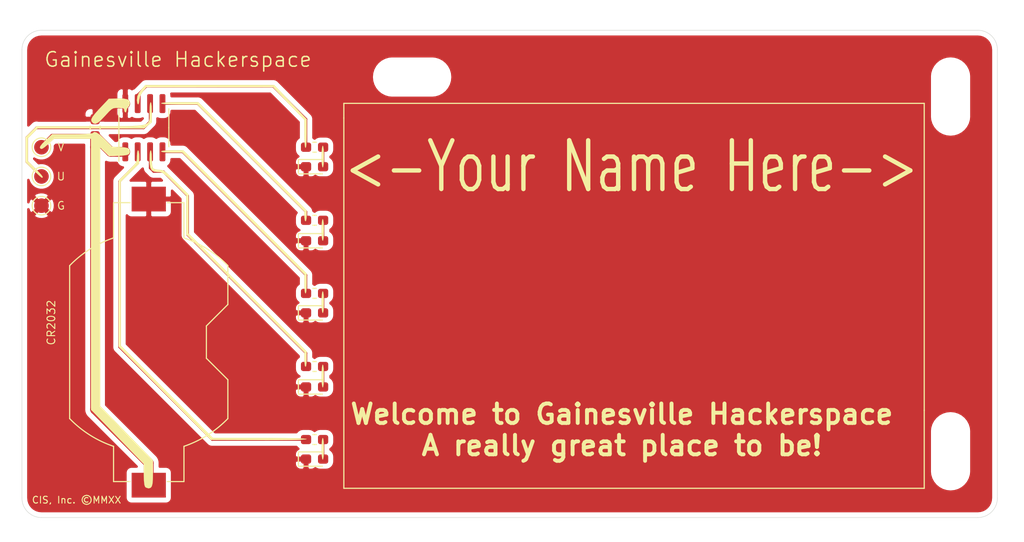
<source format=kicad_pcb>
(kicad_pcb (version 20171130) (host pcbnew "(5.1.4)-1")

  (general
    (thickness 1.6)
    (drawings 25)
    (tracks 47)
    (zones 0)
    (modules 20)
    (nets 14)
  )

  (page A4)
  (layers
    (0 F.Cu signal)
    (31 B.Cu signal hide)
    (32 B.Adhes user hide)
    (33 F.Adhes user)
    (34 B.Paste user hide)
    (35 F.Paste user)
    (36 B.SilkS user hide)
    (37 F.SilkS user)
    (38 B.Mask user hide)
    (39 F.Mask user)
    (40 Dwgs.User user hide)
    (41 Cmts.User user hide)
    (42 Eco1.User user hide)
    (43 Eco2.User user hide)
    (44 Edge.Cuts user)
    (45 Margin user)
    (46 B.CrtYd user hide)
    (47 F.CrtYd user)
    (48 B.Fab user hide)
    (49 F.Fab user hide)
  )

  (setup
    (last_trace_width 0.25)
    (user_trace_width 0.5)
    (user_trace_width 0.75)
    (user_trace_width 1)
    (trace_clearance 0.2)
    (zone_clearance 0.508)
    (zone_45_only no)
    (trace_min 0.2)
    (via_size 0.8)
    (via_drill 0.4)
    (via_min_size 0.4)
    (via_min_drill 0.3)
    (uvia_size 0.3)
    (uvia_drill 0.1)
    (uvias_allowed no)
    (uvia_min_size 0.2)
    (uvia_min_drill 0.1)
    (edge_width 0.05)
    (segment_width 0.2)
    (pcb_text_width 0.3)
    (pcb_text_size 1.5 1.5)
    (mod_edge_width 0.12)
    (mod_text_size 1 1)
    (mod_text_width 0.15)
    (pad_size 7 3)
    (pad_drill 7)
    (pad_to_mask_clearance 0.051)
    (solder_mask_min_width 0.25)
    (aux_axis_origin 0 0)
    (visible_elements 7FFFF77F)
    (pcbplotparams
      (layerselection 0x01020_7ffffffe)
      (usegerberextensions false)
      (usegerberattributes false)
      (usegerberadvancedattributes false)
      (creategerberjobfile false)
      (excludeedgelayer false)
      (linewidth 0.100000)
      (plotframeref false)
      (viasonmask false)
      (mode 1)
      (useauxorigin false)
      (hpglpennumber 1)
      (hpglpenspeed 20)
      (hpglpendiameter 15.000000)
      (psnegative false)
      (psa4output false)
      (plotreference false)
      (plotvalue false)
      (plotinvisibletext false)
      (padsonsilk true)
      (subtractmaskfromsilk false)
      (outputformat 4)
      (mirror false)
      (drillshape 0)
      (scaleselection 1)
      (outputdirectory "LaserTemplate/"))
  )

  (net 0 "")
  (net 1 GND)
  (net 2 "Net-(BT1-Pad1)")
  (net 3 "Net-(J1-Pad1)")
  (net 4 "Net-(R1-Pad2)")
  (net 5 "Net-(R2-Pad2)")
  (net 6 "Net-(R3-Pad2)")
  (net 7 "Net-(R4-Pad2)")
  (net 8 "Net-(R5-Pad2)")
  (net 9 "Net-(D1-Pad2)")
  (net 10 "Net-(D2-Pad2)")
  (net 11 "Net-(D3-Pad2)")
  (net 12 "Net-(D4-Pad2)")
  (net 13 "Net-(D5-Pad2)")

  (net_class Default "This is the default net class."
    (clearance 0.2)
    (trace_width 0.25)
    (via_dia 0.8)
    (via_drill 0.4)
    (uvia_dia 0.3)
    (uvia_drill 0.1)
    (add_net GND)
    (add_net "Net-(BT1-Pad1)")
    (add_net "Net-(D1-Pad2)")
    (add_net "Net-(D2-Pad2)")
    (add_net "Net-(D3-Pad2)")
    (add_net "Net-(D4-Pad2)")
    (add_net "Net-(D5-Pad2)")
    (add_net "Net-(J1-Pad1)")
    (add_net "Net-(R1-Pad2)")
    (add_net "Net-(R2-Pad2)")
    (add_net "Net-(R3-Pad2)")
    (add_net "Net-(R4-Pad2)")
    (add_net "Net-(R5-Pad2)")
  )

  (module LoquatiousOfBored:joesfolly216 (layer F.Cu) (tedit 0) (tstamp 5F0EB5A2)
    (at 65.55 76.19)
    (fp_text reference G*** (at 0 0) (layer F.SilkS) hide
      (effects (font (size 1.524 1.524) (thickness 0.3)))
    )
    (fp_text value LOGO (at 0.75 0) (layer F.SilkS) hide
      (effects (font (size 1.524 1.524) (thickness 0.3)))
    )
    (fp_poly (pts (xy -5.15043 -19.181988) (xy -4.756115 -19.104856) (xy -4.53749 -18.948809) (xy -4.46855 -18.703815)
      (xy -4.468519 -18.697222) (xy -4.553335 -18.450638) (xy -4.644907 -18.344444) (xy -4.795851 -18.112268)
      (xy -4.821296 -17.977268) (xy -4.8734 -17.794144) (xy -4.938889 -17.756482) (xy -5.034431 -17.854971)
      (xy -5.056482 -17.991667) (xy -5.085786 -18.129994) (xy -5.21155 -18.200374) (xy -5.490546 -18.224328)
      (xy -5.673843 -18.225711) (xy -5.966309 -18.219299) (xy -6.182661 -18.179384) (xy -6.377346 -18.073014)
      (xy -6.604812 -17.867239) (xy -6.919506 -17.529106) (xy -7.033973 -17.402563) (xy -7.45872 -16.959327)
      (xy -7.780183 -16.695246) (xy -8.027372 -16.595027) (xy -8.229299 -16.643376) (xy -8.325556 -16.721667)
      (xy -8.432093 -16.876661) (xy -8.435899 -17.057959) (xy -8.320416 -17.297184) (xy -8.069086 -17.625957)
      (xy -7.66535 -18.075901) (xy -7.554473 -18.194245) (xy -6.643982 -19.161175) (xy -5.746442 -19.190238)
      (xy -5.15043 -19.181988)) (layer F.SilkS) (width 0.01))
    (fp_poly (pts (xy 11.973301 -18.824787) (xy 13.640741 -17.070869) (xy 13.640741 -15.59099) (xy 13.631742 -14.951311)
      (xy 13.606085 -14.475207) (xy 13.56578 -14.187971) (xy 13.523148 -14.111111) (xy 13.47179 -14.224141)
      (xy 13.433152 -14.545444) (xy 13.409462 -15.048345) (xy 13.402791 -15.55162) (xy 13.400026 -16.99213)
      (xy 11.785892 -18.672785) (xy 10.171759 -20.353441) (xy 3.68465 -20.34848) (xy -2.80246 -20.343519)
      (xy -3.165119 -19.885624) (xy -3.44298 -19.432149) (xy -3.527778 -19.00368) (xy -3.556505 -18.726726)
      (xy -3.627402 -18.584607) (xy -3.64537 -18.57963) (xy -3.718398 -18.68409) (xy -3.759592 -18.945635)
      (xy -3.762963 -19.059608) (xy -3.721967 -19.414907) (xy -3.571776 -19.742468) (xy -3.337224 -20.059145)
      (xy -2.911484 -20.578704) (xy 10.30586 -20.578704) (xy 11.973301 -18.824787)) (layer F.SilkS) (width 0.01))
    (fp_poly (pts (xy 15.342504 -14.234872) (xy 15.382344 -13.924675) (xy 15.402756 -13.45182) (xy 15.40463 -13.229167)
      (xy 15.392901 -12.702233) (xy 15.360248 -12.323752) (xy 15.310474 -12.129839) (xy 15.287037 -12.112037)
      (xy 15.23157 -12.223462) (xy 15.19173 -12.533659) (xy 15.171318 -13.006513) (xy 15.169444 -13.229167)
      (xy 15.181173 -13.756101) (xy 15.213826 -14.134582) (xy 15.2636 -14.328495) (xy 15.287037 -14.346296)
      (xy 15.342504 -14.234872)) (layer F.SilkS) (width 0.01))
    (fp_poly (pts (xy -2.295292 -18.703912) (xy -2.255014 -18.397361) (xy -2.235436 -17.934401) (xy -2.234259 -17.770438)
      (xy -2.234259 -16.726062) (xy -2.637987 -16.418124) (xy -3.041715 -16.110185) (xy -13.944551 -16.110185)
      (xy -14.439405 -15.605966) (xy -14.934259 -15.101746) (xy -14.934259 -12.752002) (xy -14.169907 -11.994444)
      (xy -13.759425 -11.576391) (xy -13.51215 -11.293916) (xy -13.414288 -11.127737) (xy -13.452044 -11.05857)
      (xy -13.496904 -11.053704) (xy -13.614096 -11.132099) (xy -13.853951 -11.342704) (xy -14.175653 -11.64865)
      (xy -14.378848 -11.850405) (xy -15.169445 -12.647106) (xy -15.169445 -15.237082) (xy -14.606841 -15.791226)
      (xy -14.044236 -16.34537) (xy -8.598373 -16.34537) (xy -7.239093 -16.344318) (xy -6.096286 -16.344163)
      (xy -5.151264 -16.349412) (xy -4.385344 -16.36457) (xy -3.77984 -16.394144) (xy -3.316066 -16.442639)
      (xy -2.975336 -16.514561) (xy -2.738966 -16.614416) (xy -2.588269 -16.746709) (xy -2.504561 -16.915946)
      (xy -2.469155 -17.126633) (xy -2.463367 -17.383276) (xy -2.46851 -17.690381) (xy -2.469445 -17.823285)
      (xy -2.456342 -18.307244) (xy -2.420341 -18.649611) (xy -2.366397 -18.808586) (xy -2.351852 -18.814815)
      (xy -2.295292 -18.703912)) (layer F.SilkS) (width 0.01))
    (fp_poly (pts (xy 8.084955 -13.258105) (xy 13.640741 -7.701396) (xy 13.640741 -7.143291) (xy 13.618525 -6.817815)
      (xy 13.562011 -6.616693) (xy 13.523148 -6.585185) (xy 13.451357 -6.689922) (xy 13.409741 -6.953348)
      (xy 13.405555 -7.085423) (xy 13.405555 -7.585661) (xy 7.907638 -13.082645) (xy 2.40972 -18.57963)
      (xy 0.558101 -18.57963) (xy -0.183885 -18.586892) (xy -0.751488 -18.607879) (xy -1.125859 -18.641396)
      (xy -1.288146 -18.686243) (xy -1.293519 -18.697222) (xy -1.179038 -18.743822) (xy -0.847643 -18.779606)
      (xy -0.317404 -18.803461) (xy 0.393608 -18.814275) (xy 0.617825 -18.814815) (xy 2.529169 -18.814815)
      (xy 8.084955 -13.258105)) (layer F.SilkS) (width 0.01))
    (fp_poly (pts (xy 15.342504 -6.708946) (xy 15.382344 -6.398749) (xy 15.402756 -5.925894) (xy 15.40463 -5.703241)
      (xy 15.392901 -5.176307) (xy 15.360248 -4.797826) (xy 15.310474 -4.603913) (xy 15.287037 -4.586111)
      (xy 15.23157 -4.697536) (xy 15.19173 -5.007733) (xy 15.171318 -5.480588) (xy 15.169444 -5.703241)
      (xy 15.181173 -6.230175) (xy 15.213826 -6.608656) (xy 15.2636 -6.802569) (xy 15.287037 -6.82037)
      (xy 15.342504 -6.708946)) (layer F.SilkS) (width 0.01))
    (fp_poly (pts (xy 7.320547 -7.55492) (xy 13.640741 -1.233913) (xy 13.640741 -0.205383) (xy 13.628075 0.291484)
      (xy 13.593126 0.644627) (xy 13.540463 0.814069) (xy 13.523148 0.823148) (xy 13.46541 0.712853)
      (xy 13.424675 0.410567) (xy 13.406141 -0.040813) (xy 13.405555 -0.147403) (xy 13.405555 -1.117954)
      (xy 7.143342 -7.379347) (xy 0.881128 -13.640741) (xy -0.206195 -13.640741) (xy -0.723142 -13.652769)
      (xy -1.09317 -13.686161) (xy -1.278938 -13.736879) (xy -1.293519 -13.758333) (xy -1.181899 -13.81337)
      (xy -0.870344 -13.853034) (xy -0.393807 -13.873742) (xy -0.146583 -13.875926) (xy 1.000354 -13.875926)
      (xy 7.320547 -7.55492)) (layer F.SilkS) (width 0.01))
    (fp_poly (pts (xy 15.342504 0.699388) (xy 15.382344 1.009585) (xy 15.402756 1.482439) (xy 15.40463 1.705093)
      (xy 15.392901 2.232026) (xy 15.360248 2.610507) (xy 15.310474 2.804421) (xy 15.287037 2.822222)
      (xy 15.23157 2.710798) (xy 15.19173 2.4006) (xy 15.171318 1.927746) (xy 15.169444 1.705093)
      (xy 15.181173 1.178159) (xy 15.213826 0.799678) (xy 15.2636 0.605765) (xy 15.287037 0.587963)
      (xy 15.342504 0.699388)) (layer F.SilkS) (width 0.01))
    (fp_poly (pts (xy -2.292179 -13.76675) (xy -2.250727 -13.472333) (xy -2.234302 -13.042342) (xy -2.234259 -13.0175)
      (xy -2.214671 -12.530542) (xy -2.161056 -12.175896) (xy -2.093148 -12.017963) (xy -1.891762 -11.927761)
      (xy -1.567281 -11.879428) (xy -1.473782 -11.876852) (xy -1.280511 -11.867385) (xy -1.106017 -11.822343)
      (xy -0.915982 -11.716762) (xy -0.67609 -11.525678) (xy -0.352023 -11.224126) (xy 0.090533 -10.787145)
      (xy 0.266589 -10.610811) (xy 1.528704 -9.344771) (xy 1.528704 -5.349607) (xy 7.584722 0.705556)
      (xy 13.640741 6.760718) (xy 13.640741 7.554896) (xy 13.62469 7.965991) (xy 13.581908 8.248787)
      (xy 13.523148 8.349074) (xy 13.461122 8.241498) (xy 13.418857 7.958385) (xy 13.405555 7.613692)
      (xy 13.405555 6.87831) (xy 7.349537 0.823148) (xy 1.293518 -5.232014) (xy 1.293518 -9.227003)
      (xy 0.090295 -10.434335) (xy -0.385461 -10.907896) (xy -0.733077 -11.238383) (xy -0.988314 -11.45139)
      (xy -1.186932 -11.57251) (xy -1.364689 -11.627339) (xy -1.557346 -11.64147) (xy -1.596572 -11.641667)
      (xy -1.98086 -11.679132) (xy -2.236796 -11.815285) (xy -2.387729 -12.085763) (xy -2.457011 -12.526204)
      (xy -2.469445 -12.973843) (xy -2.455152 -13.425662) (xy -2.416343 -13.741482) (xy -2.359124 -13.87447)
      (xy -2.351852 -13.875926) (xy -2.292179 -13.76675)) (layer F.SilkS) (width 0.01))
    (fp_poly (pts (xy 15.341665 8.225688) (xy 15.38116 8.538496) (xy 15.402133 9.01843) (xy 15.40463 9.289815)
      (xy 15.39345 9.836092) (xy 15.362169 10.231042) (xy 15.314175 10.44078) (xy 15.287037 10.465741)
      (xy 15.232409 10.353942) (xy 15.192914 10.041134) (xy 15.17194 9.561199) (xy 15.169444 9.289815)
      (xy 15.180624 8.743537) (xy 15.211905 8.348588) (xy 15.259898 8.138849) (xy 15.287037 8.113889)
      (xy 15.341665 8.225688)) (layer F.SilkS) (width 0.01))
    (fp_poly (pts (xy -3.582175 -13.769264) (xy -3.53953 -13.492633) (xy -3.527778 -13.19701) (xy -3.527778 -12.518094)
      (xy -4.468519 -11.58287) (xy -5.409259 -10.647647) (xy -5.405007 6.173611) (xy -0.688045 10.906713)
      (xy 4.028918 15.639815) (xy 8.834829 15.639815) (xy 10.164825 15.642671) (xy 11.287572 15.651157)
      (xy 12.198044 15.665151) (xy 12.891214 15.68453) (xy 13.362058 15.709169) (xy 13.60555 15.738947)
      (xy 13.640741 15.757407) (xy 13.523892 15.789455) (xy 13.176181 15.815692) (xy 12.601861 15.836031)
      (xy 11.805187 15.850383) (xy 10.790411 15.858661) (xy 9.561787 15.860776) (xy 8.73125 15.859074)
      (xy 3.821759 15.843149) (xy -5.644445 6.280225) (xy -5.644445 -10.76524) (xy -4.703704 -11.700463)
      (xy -4.297066 -12.107985) (xy -4.028633 -12.397263) (xy -3.869704 -12.61575) (xy -3.791578 -12.810895)
      (xy -3.765554 -13.030151) (xy -3.762963 -13.255806) (xy -3.742848 -13.601599) (xy -3.691157 -13.826708)
      (xy -3.64537 -13.875926) (xy -3.582175 -13.769264)) (layer F.SilkS) (width 0.01))
    (fp_poly (pts (xy 15.342504 15.751239) (xy 15.382344 16.061437) (xy 15.402756 16.534291) (xy 15.40463 16.756944)
      (xy 15.392901 17.283878) (xy 15.360248 17.662359) (xy 15.310474 17.856272) (xy 15.287037 17.874074)
      (xy 15.23157 17.762649) (xy 15.19173 17.452452) (xy 15.171318 16.979598) (xy 15.169444 16.756944)
      (xy 15.181173 16.230011) (xy 15.213826 15.851529) (xy 15.2636 15.657616) (xy 15.287037 15.639815)
      (xy 15.342504 15.751239)) (layer F.SilkS) (width 0.01))
    (fp_poly (pts (xy -7.891679 -15.692741) (xy -7.55045 -15.455525) (xy -7.094118 -15.031833) (xy -7.060235 -14.997777)
      (xy -6.307357 -14.238146) (xy -5.488452 -14.204027) (xy -5.012794 -14.168829) (xy -4.720956 -14.103386)
      (xy -4.562216 -13.994863) (xy -4.540236 -13.96412) (xy -4.473965 -13.710124) (xy -4.540311 -13.552546)
      (xy -4.656716 -13.444345) (xy -4.873837 -13.37444) (xy -5.240394 -13.332252) (xy -5.646692 -13.312294)
      (xy -6.623688 -13.277829) (xy -7.525926 -14.158841) (xy -7.525926 12.367718) (xy -4.82246 15.150294)
      (xy -2.118995 17.93287) (xy -2.117831 19.232268) (xy -2.127437 19.881361) (xy -2.164345 20.329916)
      (xy -2.238646 20.611946) (xy -2.360431 20.76147) (xy -2.539792 20.812501) (xy -2.587037 20.813889)
      (xy -2.833949 20.735436) (xy -2.916296 20.672778) (xy -2.991621 20.471784) (xy -3.03956 20.06121)
      (xy -3.057358 19.465366) (xy -3.057407 19.427808) (xy -3.057407 18.323949) (xy -5.760873 15.541373)
      (xy -8.464339 12.758796) (xy -8.466667 -15.051852) (xy -12.25387 -15.051852) (xy -12.842431 -14.522685)
      (xy -13.201006 -14.211283) (xy -13.433546 -14.047407) (xy -13.580801 -14.012768) (xy -13.683523 -14.089078)
      (xy -13.712561 -14.132183) (xy -13.674929 -14.283519) (xy -13.471183 -14.548645) (xy -13.126055 -14.896535)
      (xy -12.453849 -15.522222) (xy -10.408402 -15.522222) (xy -9.647407 -15.528869) (xy -9.030681 -15.547849)
      (xy -8.584165 -15.577721) (xy -8.333802 -15.617047) (xy -8.290278 -15.639815) (xy -8.133168 -15.751498)
      (xy -7.891679 -15.692741)) (layer F.SilkS) (width 0.01))
  )

  (module Battery:BatteryHolder_Keystone_1058_1x2032 (layer F.Cu) (tedit 589EE147) (tstamp 5F0BCF9D)
    (at 63 82 90)
    (descr http://www.keyelco.com/product-pdf.cfm?p=14028)
    (tags "Keystone type 1058 coin cell retainer")
    (path /5F0E4CD7)
    (attr smd)
    (fp_text reference BT1 (at 0 7.62 90) (layer F.SilkS) hide
      (effects (font (size 1 1) (thickness 0.15)))
    )
    (fp_text value Battery (at 0 -9.398 90) (layer F.Fab)
      (effects (font (size 1 1) (thickness 0.15)))
    )
    (fp_circle (center 0 0) (end 10 0) (layer Dwgs.User) (width 0.15))
    (fp_arc (start 0 0) (end -10.61275 -3.5) (angle 27.4635) (layer F.Fab) (width 0.1))
    (fp_line (start -7.8026 -8) (end 7.8026 -8) (layer F.Fab) (width 0.1))
    (fp_line (start -3.9 8) (end -7.8026 8) (layer F.Fab) (width 0.1))
    (fp_line (start -14.2 -3.5) (end -14.2 -1.9) (layer F.Fab) (width 0.1))
    (fp_line (start -14.2 -3.5) (end -10.61275 -3.5) (layer F.Fab) (width 0.1))
    (fp_line (start -1.7 5.8) (end 1.7 5.8) (layer F.Fab) (width 0.1))
    (fp_line (start -1.7 5.8) (end -3.9 8) (layer F.Fab) (width 0.1))
    (fp_line (start 1.7 5.8) (end 3.9 8) (layer F.Fab) (width 0.1))
    (fp_line (start 3.9 8) (end 7.8026 8) (layer F.Fab) (width 0.1))
    (fp_line (start -14.2 3.5) (end -10.61275 3.5) (layer F.Fab) (width 0.1))
    (fp_line (start -14.2 1.9) (end -14.2 3.5) (layer F.Fab) (width 0.1))
    (fp_line (start 14.2 -3.5) (end 14.2 -1.9) (layer F.Fab) (width 0.1))
    (fp_line (start 10.61275 -3.5) (end 14.2 -3.5) (layer F.Fab) (width 0.1))
    (fp_line (start 14.2 3.5) (end 10.61275 3.5) (layer F.Fab) (width 0.1))
    (fp_line (start 14.2 1.9) (end 14.2 3.5) (layer F.Fab) (width 0.1))
    (fp_arc (start 0 0) (end 10.61275 3.5) (angle 27.4635) (layer F.Fab) (width 0.1))
    (fp_arc (start 0 0) (end 10.61275 -3.5) (angle -27.4635) (layer F.Fab) (width 0.1))
    (fp_arc (start 0 0) (end -10.61275 3.5) (angle -27.4635) (layer F.Fab) (width 0.1))
    (fp_line (start -14.31 -3.61) (end -10.692 -3.61) (layer F.SilkS) (width 0.12))
    (fp_line (start -14.31 -1.9) (end -14.31 -3.61) (layer F.SilkS) (width 0.12))
    (fp_line (start -7.8473 -8.11) (end 7.8473 -8.11) (layer F.SilkS) (width 0.12))
    (fp_line (start 14.31 -1.9) (end 14.31 -3.61) (layer F.SilkS) (width 0.12))
    (fp_line (start 10.692 -3.61) (end 14.31 -3.61) (layer F.SilkS) (width 0.12))
    (fp_line (start 14.31 3.61) (end 10.692 3.61) (layer F.SilkS) (width 0.12))
    (fp_line (start 14.31 1.9) (end 14.31 3.61) (layer F.SilkS) (width 0.12))
    (fp_line (start 7.8473 8.11) (end 3.86 8.11) (layer F.SilkS) (width 0.12))
    (fp_line (start 1.66 5.91) (end 3.86 8.11) (layer F.SilkS) (width 0.12))
    (fp_line (start 1.66 5.91) (end -1.66 5.91) (layer F.SilkS) (width 0.12))
    (fp_line (start -1.66 5.91) (end -3.86 8.11) (layer F.SilkS) (width 0.12))
    (fp_line (start -3.86 8.11) (end -7.8473 8.11) (layer F.SilkS) (width 0.12))
    (fp_line (start -10.692 3.61) (end -14.31 3.61) (layer F.SilkS) (width 0.12))
    (fp_line (start -14.31 1.9) (end -14.31 3.61) (layer F.SilkS) (width 0.12))
    (fp_arc (start 0 0) (end -10.692 -3.61) (angle 27.3) (layer F.SilkS) (width 0.12))
    (fp_arc (start 0 0) (end 10.692 3.61) (angle 27.3) (layer F.SilkS) (width 0.12))
    (fp_arc (start 0 0) (end 10.692 -3.61) (angle -27.3) (layer F.SilkS) (width 0.12))
    (fp_arc (start 0 0) (end -10.692 3.61) (angle -27.3) (layer F.SilkS) (width 0.12))
    (fp_line (start -16.45 4.11) (end -11.06 4.11) (layer F.CrtYd) (width 0.05))
    (fp_line (start -16.45 -4.11) (end -16.45 4.11) (layer F.CrtYd) (width 0.05))
    (fp_line (start -16.45 -4.11) (end -11.06 -4.11) (layer F.CrtYd) (width 0.05))
    (fp_line (start 16.45 -4.11) (end 11.06 -4.11) (layer F.CrtYd) (width 0.05))
    (fp_line (start 16.45 4.11) (end 16.45 -4.11) (layer F.CrtYd) (width 0.05))
    (fp_line (start 11.06 4.11) (end 16.45 4.11) (layer F.CrtYd) (width 0.05))
    (fp_arc (start 0 0) (end -11.06 -4.11) (angle 139.2) (layer F.CrtYd) (width 0.05))
    (fp_arc (start 0 0) (end 11.06 4.11) (angle 139.2) (layer F.CrtYd) (width 0.05))
    (fp_text user %R (at 0 0 90) (layer F.Fab)
      (effects (font (size 1 1) (thickness 0.15)))
    )
    (pad 2 smd rect (at 14.68 0 90) (size 2.54 3.51) (layers F.Cu F.Paste F.Mask)
      (net 1 GND))
    (pad 1 smd rect (at -14.68 0 90) (size 2.54 3.51) (layers F.Cu F.Paste F.Mask)
      (net 2 "Net-(BT1-Pad1)"))
    (model ${KISYS3DMOD}/Battery.3dshapes/BatteryHolder_Keystone_1058_1x2032.wrl
      (at (xyz 0 0 0))
      (scale (xyz 1 1 1))
      (rotate (xyz 0 0 0))
    )
  )

  (module MountingHole:MountingHole_2.5mm (layer F.Cu) (tedit 5F0E5863) (tstamp 5F0E5D2A)
    (at 90 54.8 180)
    (descr "Mounting Hole 2.5mm, no annular")
    (tags "mounting hole 2.5mm no annular")
    (path /5F0E4FD3)
    (attr virtual)
    (fp_text reference H2 (at 0 -3.5) (layer F.SilkS) hide
      (effects (font (size 1 1) (thickness 0.15)))
    )
    (fp_text value MountingHole (at 0 3.5) (layer F.Fab)
      (effects (font (size 1 1) (thickness 0.15)))
    )
    (fp_text user %R (at 0.3 0) (layer F.Fab)
      (effects (font (size 1 1) (thickness 0.15)))
    )
    (fp_circle (center 0 0) (end 2.5 0) (layer Cmts.User) (width 0.15))
    (fp_circle (center 0 0) (end 2.75 0) (layer F.CrtYd) (width 0.05))
    (pad "" np_thru_hole oval (at 0 0 180) (size 7 3) (drill oval 7 3) (layers *.Cu *.Mask))
  )

  (module MountingHole:MountingHole_2.5mm (layer F.Cu) (tedit 5F0E5CDC) (tstamp 5F0E4AFE)
    (at 145.2 56.8 90)
    (descr "Mounting Hole 2.5mm, no annular")
    (tags "mounting hole 2.5mm no annular")
    (path /5F0E4FD3)
    (attr virtual)
    (fp_text reference H2 (at 0 -3.5 90) (layer F.SilkS) hide
      (effects (font (size 1 1) (thickness 0.15)))
    )
    (fp_text value MountingHole (at 0 3.5 90) (layer F.Fab)
      (effects (font (size 1 1) (thickness 0.15)))
    )
    (fp_circle (center 0 0) (end 2.75 0) (layer F.CrtYd) (width 0.05))
    (fp_circle (center 0 0) (end 2.5 0) (layer Cmts.User) (width 0.15))
    (fp_text user %R (at 0.3 0 90) (layer F.Fab)
      (effects (font (size 1 1) (thickness 0.15)))
    )
    (pad "" np_thru_hole oval (at 0 0 90) (size 7 3) (drill oval 7 3) (layers *.Cu *.Mask))
  )

  (module MountingHole:MountingHole_2.5mm (layer F.Cu) (tedit 5F0E5CF4) (tstamp 5F166350)
    (at 145.2 93.2 90)
    (descr "Mounting Hole 2.5mm, no annular")
    (tags "mounting hole 2.5mm no annular")
    (path /5F12A048)
    (attr virtual)
    (fp_text reference H1 (at 0 -3.5 90) (layer F.SilkS) hide
      (effects (font (size 1 1) (thickness 0.15)))
    )
    (fp_text value MountingHole (at 0 3.5 90) (layer F.Fab)
      (effects (font (size 1 1) (thickness 0.15)))
    )
    (fp_circle (center 0 0) (end 2.75 0) (layer F.CrtYd) (width 0.05))
    (fp_circle (center 0 0) (end 2.5 0) (layer Cmts.User) (width 0.15))
    (fp_text user %R (at 0.3 0 90) (layer F.Fab)
      (effects (font (size 1 1) (thickness 0.15)))
    )
    (pad "" np_thru_hole oval (at 0 0 90) (size 7 3) (drill oval 7 3) (layers *.Cu *.Mask))
  )

  (module Package_SO:SOIC-8_3.9x4.9mm_P1.27mm (layer F.Cu) (tedit 5C97300E) (tstamp 5F0BD094)
    (at 62.5 60 90)
    (descr "SOIC, 8 Pin (JEDEC MS-012AA, https://www.analog.com/media/en/package-pcb-resources/package/pkg_pdf/soic_narrow-r/r_8.pdf), generated with kicad-footprint-generator ipc_gullwing_generator.py")
    (tags "SOIC SO")
    (path /5F0E5B18)
    (attr smd)
    (fp_text reference U1 (at 5 0 180) (layer F.SilkS) hide
      (effects (font (size 1 1) (thickness 0.15)))
    )
    (fp_text value ATtiny202-SS (at 0 3.4 90) (layer F.Fab)
      (effects (font (size 1 1) (thickness 0.15)))
    )
    (fp_text user %R (at 0 0 90) (layer F.Fab)
      (effects (font (size 0.98 0.98) (thickness 0.15)))
    )
    (fp_line (start 3.7 -2.7) (end -3.7 -2.7) (layer F.CrtYd) (width 0.05))
    (fp_line (start 3.7 2.7) (end 3.7 -2.7) (layer F.CrtYd) (width 0.05))
    (fp_line (start -3.7 2.7) (end 3.7 2.7) (layer F.CrtYd) (width 0.05))
    (fp_line (start -3.7 -2.7) (end -3.7 2.7) (layer F.CrtYd) (width 0.05))
    (fp_line (start -1.95 -1.475) (end -0.975 -2.45) (layer F.Fab) (width 0.1))
    (fp_line (start -1.95 2.45) (end -1.95 -1.475) (layer F.Fab) (width 0.1))
    (fp_line (start 1.95 2.45) (end -1.95 2.45) (layer F.Fab) (width 0.1))
    (fp_line (start 1.95 -2.45) (end 1.95 2.45) (layer F.Fab) (width 0.1))
    (fp_line (start -0.975 -2.45) (end 1.95 -2.45) (layer F.Fab) (width 0.1))
    (fp_line (start 0 -2.56) (end -3.45 -2.56) (layer F.SilkS) (width 0.12))
    (fp_line (start 0 -2.56) (end 1.95 -2.56) (layer F.SilkS) (width 0.12))
    (fp_line (start 0 2.56) (end -1.95 2.56) (layer F.SilkS) (width 0.12))
    (fp_line (start 0 2.56) (end 1.95 2.56) (layer F.SilkS) (width 0.12))
    (pad 8 smd roundrect (at 2.475 -1.905 90) (size 1.95 0.6) (layers F.Cu F.Paste F.Mask) (roundrect_rratio 0.25)
      (net 1 GND))
    (pad 7 smd roundrect (at 2.475 -0.635 90) (size 1.95 0.6) (layers F.Cu F.Paste F.Mask) (roundrect_rratio 0.25)
      (net 6 "Net-(R3-Pad2)"))
    (pad 6 smd roundrect (at 2.475 0.635 90) (size 1.95 0.6) (layers F.Cu F.Paste F.Mask) (roundrect_rratio 0.25)
      (net 3 "Net-(J1-Pad1)"))
    (pad 5 smd roundrect (at 2.475 1.905 90) (size 1.95 0.6) (layers F.Cu F.Paste F.Mask) (roundrect_rratio 0.25)
      (net 5 "Net-(R2-Pad2)"))
    (pad 4 smd roundrect (at -2.475 1.905 90) (size 1.95 0.6) (layers F.Cu F.Paste F.Mask) (roundrect_rratio 0.25)
      (net 4 "Net-(R1-Pad2)"))
    (pad 3 smd roundrect (at -2.475 0.635 90) (size 1.95 0.6) (layers F.Cu F.Paste F.Mask) (roundrect_rratio 0.25)
      (net 8 "Net-(R5-Pad2)"))
    (pad 2 smd roundrect (at -2.475 -0.635 90) (size 1.95 0.6) (layers F.Cu F.Paste F.Mask) (roundrect_rratio 0.25)
      (net 7 "Net-(R4-Pad2)"))
    (pad 1 smd roundrect (at -2.475 -1.905 90) (size 1.95 0.6) (layers F.Cu F.Paste F.Mask) (roundrect_rratio 0.25)
      (net 2 "Net-(BT1-Pad1)"))
    (model ${KISYS3DMOD}/Package_SO.3dshapes/SOIC-8_3.9x4.9mm_P1.27mm.wrl
      (at (xyz 0 0 0))
      (scale (xyz 1 1 1))
      (rotate (xyz 0 0 0))
    )
  )

  (module Capacitor_SMD:C_0603_1608Metric_Pad1.05x0.95mm_HandSolder (layer F.Cu) (tedit 5B301BBE) (tstamp 5F0BCFAE)
    (at 57.5 60 90)
    (descr "Capacitor SMD 0603 (1608 Metric), square (rectangular) end terminal, IPC_7351 nominal with elongated pad for handsoldering. (Body size source: http://www.tortai-tech.com/upload/download/2011102023233369053.pdf), generated with kicad-footprint-generator")
    (tags "capacitor handsolder")
    (path /5F0E85A4)
    (attr smd)
    (fp_text reference C1 (at 3 0 180) (layer F.SilkS) hide
      (effects (font (size 1 1) (thickness 0.15)))
    )
    (fp_text value 0.01uF (at 0 1.43 90) (layer F.Fab)
      (effects (font (size 1 1) (thickness 0.15)))
    )
    (fp_text user %R (at 0 0 90) (layer F.Fab)
      (effects (font (size 0.4 0.4) (thickness 0.06)))
    )
    (fp_line (start 1.65 0.73) (end -1.65 0.73) (layer F.CrtYd) (width 0.05))
    (fp_line (start 1.65 -0.73) (end 1.65 0.73) (layer F.CrtYd) (width 0.05))
    (fp_line (start -1.65 -0.73) (end 1.65 -0.73) (layer F.CrtYd) (width 0.05))
    (fp_line (start -1.65 0.73) (end -1.65 -0.73) (layer F.CrtYd) (width 0.05))
    (fp_line (start -0.171267 0.51) (end 0.171267 0.51) (layer F.SilkS) (width 0.12))
    (fp_line (start -0.171267 -0.51) (end 0.171267 -0.51) (layer F.SilkS) (width 0.12))
    (fp_line (start 0.8 0.4) (end -0.8 0.4) (layer F.Fab) (width 0.1))
    (fp_line (start 0.8 -0.4) (end 0.8 0.4) (layer F.Fab) (width 0.1))
    (fp_line (start -0.8 -0.4) (end 0.8 -0.4) (layer F.Fab) (width 0.1))
    (fp_line (start -0.8 0.4) (end -0.8 -0.4) (layer F.Fab) (width 0.1))
    (pad 2 smd roundrect (at 0.875 0 90) (size 1.05 0.95) (layers F.Cu F.Paste F.Mask) (roundrect_rratio 0.25)
      (net 1 GND))
    (pad 1 smd roundrect (at -0.875 0 90) (size 1.05 0.95) (layers F.Cu F.Paste F.Mask) (roundrect_rratio 0.25)
      (net 2 "Net-(BT1-Pad1)"))
    (model ${KISYS3DMOD}/Capacitor_SMD.3dshapes/C_0603_1608Metric.wrl
      (at (xyz 0 0 0))
      (scale (xyz 1 1 1))
      (rotate (xyz 0 0 0))
    )
  )

  (module Resistor_SMD:R_0603_1608Metric_Pad1.05x0.95mm_HandSolder (layer F.Cu) (tedit 5B301BBD) (tstamp 5F0BD07A)
    (at 80 84.5 180)
    (descr "Resistor SMD 0603 (1608 Metric), square (rectangular) end terminal, IPC_7351 nominal with elongated pad for handsoldering. (Body size source: http://www.tortai-tech.com/upload/download/2011102023233369053.pdf), generated with kicad-footprint-generator")
    (tags "resistor handsolder")
    (path /5F0F29B7)
    (attr smd)
    (fp_text reference R5 (at 3 0) (layer F.SilkS) hide
      (effects (font (size 1 1) (thickness 0.15)))
    )
    (fp_text value 101 (at 0 1.43) (layer F.Fab)
      (effects (font (size 1 1) (thickness 0.15)))
    )
    (fp_text user %R (at 0 0) (layer F.Fab)
      (effects (font (size 0.4 0.4) (thickness 0.06)))
    )
    (fp_line (start 1.65 0.73) (end -1.65 0.73) (layer F.CrtYd) (width 0.05))
    (fp_line (start 1.65 -0.73) (end 1.65 0.73) (layer F.CrtYd) (width 0.05))
    (fp_line (start -1.65 -0.73) (end 1.65 -0.73) (layer F.CrtYd) (width 0.05))
    (fp_line (start -1.65 0.73) (end -1.65 -0.73) (layer F.CrtYd) (width 0.05))
    (fp_line (start -0.171267 0.51) (end 0.171267 0.51) (layer F.SilkS) (width 0.12))
    (fp_line (start -0.171267 -0.51) (end 0.171267 -0.51) (layer F.SilkS) (width 0.12))
    (fp_line (start 0.8 0.4) (end -0.8 0.4) (layer F.Fab) (width 0.1))
    (fp_line (start 0.8 -0.4) (end 0.8 0.4) (layer F.Fab) (width 0.1))
    (fp_line (start -0.8 -0.4) (end 0.8 -0.4) (layer F.Fab) (width 0.1))
    (fp_line (start -0.8 0.4) (end -0.8 -0.4) (layer F.Fab) (width 0.1))
    (pad 2 smd roundrect (at 0.875 0 180) (size 1.05 0.95) (layers F.Cu F.Paste F.Mask) (roundrect_rratio 0.25)
      (net 8 "Net-(R5-Pad2)"))
    (pad 1 smd roundrect (at -0.875 0 180) (size 1.05 0.95) (layers F.Cu F.Paste F.Mask) (roundrect_rratio 0.25)
      (net 13 "Net-(D5-Pad2)"))
    (model ${KISYS3DMOD}/Resistor_SMD.3dshapes/R_0603_1608Metric.wrl
      (at (xyz 0 0 0))
      (scale (xyz 1 1 1))
      (rotate (xyz 0 0 0))
    )
  )

  (module Resistor_SMD:R_0603_1608Metric_Pad1.05x0.95mm_HandSolder (layer F.Cu) (tedit 5B301BBD) (tstamp 5F16463C)
    (at 80 92 180)
    (descr "Resistor SMD 0603 (1608 Metric), square (rectangular) end terminal, IPC_7351 nominal with elongated pad for handsoldering. (Body size source: http://www.tortai-tech.com/upload/download/2011102023233369053.pdf), generated with kicad-footprint-generator")
    (tags "resistor handsolder")
    (path /5F0F3AB7)
    (attr smd)
    (fp_text reference R4 (at 3 0) (layer F.SilkS) hide
      (effects (font (size 1 1) (thickness 0.15)))
    )
    (fp_text value 101 (at 0 1.43) (layer F.Fab)
      (effects (font (size 1 1) (thickness 0.15)))
    )
    (fp_text user %R (at 0 0) (layer F.Fab)
      (effects (font (size 0.4 0.4) (thickness 0.06)))
    )
    (fp_line (start 1.65 0.73) (end -1.65 0.73) (layer F.CrtYd) (width 0.05))
    (fp_line (start 1.65 -0.73) (end 1.65 0.73) (layer F.CrtYd) (width 0.05))
    (fp_line (start -1.65 -0.73) (end 1.65 -0.73) (layer F.CrtYd) (width 0.05))
    (fp_line (start -1.65 0.73) (end -1.65 -0.73) (layer F.CrtYd) (width 0.05))
    (fp_line (start -0.171267 0.51) (end 0.171267 0.51) (layer F.SilkS) (width 0.12))
    (fp_line (start -0.171267 -0.51) (end 0.171267 -0.51) (layer F.SilkS) (width 0.12))
    (fp_line (start 0.8 0.4) (end -0.8 0.4) (layer F.Fab) (width 0.1))
    (fp_line (start 0.8 -0.4) (end 0.8 0.4) (layer F.Fab) (width 0.1))
    (fp_line (start -0.8 -0.4) (end 0.8 -0.4) (layer F.Fab) (width 0.1))
    (fp_line (start -0.8 0.4) (end -0.8 -0.4) (layer F.Fab) (width 0.1))
    (pad 2 smd roundrect (at 0.875 0 180) (size 1.05 0.95) (layers F.Cu F.Paste F.Mask) (roundrect_rratio 0.25)
      (net 7 "Net-(R4-Pad2)"))
    (pad 1 smd roundrect (at -0.875 0 180) (size 1.05 0.95) (layers F.Cu F.Paste F.Mask) (roundrect_rratio 0.25)
      (net 12 "Net-(D4-Pad2)"))
    (model ${KISYS3DMOD}/Resistor_SMD.3dshapes/R_0603_1608Metric.wrl
      (at (xyz 0 0 0))
      (scale (xyz 1 1 1))
      (rotate (xyz 0 0 0))
    )
  )

  (module Resistor_SMD:R_0603_1608Metric_Pad1.05x0.95mm_HandSolder (layer F.Cu) (tedit 5B301BBD) (tstamp 5F0BD058)
    (at 80 62 180)
    (descr "Resistor SMD 0603 (1608 Metric), square (rectangular) end terminal, IPC_7351 nominal with elongated pad for handsoldering. (Body size source: http://www.tortai-tech.com/upload/download/2011102023233369053.pdf), generated with kicad-footprint-generator")
    (tags "resistor handsolder")
    (path /5F0F1EFB)
    (attr smd)
    (fp_text reference R3 (at 3 0) (layer F.SilkS) hide
      (effects (font (size 1 1) (thickness 0.15)))
    )
    (fp_text value 101 (at 0 1.43) (layer F.Fab)
      (effects (font (size 1 1) (thickness 0.15)))
    )
    (fp_text user %R (at 0 0) (layer F.Fab)
      (effects (font (size 0.4 0.4) (thickness 0.06)))
    )
    (fp_line (start 1.65 0.73) (end -1.65 0.73) (layer F.CrtYd) (width 0.05))
    (fp_line (start 1.65 -0.73) (end 1.65 0.73) (layer F.CrtYd) (width 0.05))
    (fp_line (start -1.65 -0.73) (end 1.65 -0.73) (layer F.CrtYd) (width 0.05))
    (fp_line (start -1.65 0.73) (end -1.65 -0.73) (layer F.CrtYd) (width 0.05))
    (fp_line (start -0.171267 0.51) (end 0.171267 0.51) (layer F.SilkS) (width 0.12))
    (fp_line (start -0.171267 -0.51) (end 0.171267 -0.51) (layer F.SilkS) (width 0.12))
    (fp_line (start 0.8 0.4) (end -0.8 0.4) (layer F.Fab) (width 0.1))
    (fp_line (start 0.8 -0.4) (end 0.8 0.4) (layer F.Fab) (width 0.1))
    (fp_line (start -0.8 -0.4) (end 0.8 -0.4) (layer F.Fab) (width 0.1))
    (fp_line (start -0.8 0.4) (end -0.8 -0.4) (layer F.Fab) (width 0.1))
    (pad 2 smd roundrect (at 0.875 0 180) (size 1.05 0.95) (layers F.Cu F.Paste F.Mask) (roundrect_rratio 0.25)
      (net 6 "Net-(R3-Pad2)"))
    (pad 1 smd roundrect (at -0.875 0 180) (size 1.05 0.95) (layers F.Cu F.Paste F.Mask) (roundrect_rratio 0.25)
      (net 11 "Net-(D3-Pad2)"))
    (model ${KISYS3DMOD}/Resistor_SMD.3dshapes/R_0603_1608Metric.wrl
      (at (xyz 0 0 0))
      (scale (xyz 1 1 1))
      (rotate (xyz 0 0 0))
    )
  )

  (module Resistor_SMD:R_0603_1608Metric_Pad1.05x0.95mm_HandSolder (layer F.Cu) (tedit 5B301BBD) (tstamp 5F0BD047)
    (at 80 69.5 180)
    (descr "Resistor SMD 0603 (1608 Metric), square (rectangular) end terminal, IPC_7351 nominal with elongated pad for handsoldering. (Body size source: http://www.tortai-tech.com/upload/download/2011102023233369053.pdf), generated with kicad-footprint-generator")
    (tags "resistor handsolder")
    (path /5F0F49ED)
    (attr smd)
    (fp_text reference R2 (at 3 0) (layer F.SilkS) hide
      (effects (font (size 1 1) (thickness 0.15)))
    )
    (fp_text value 101 (at 0 1.43) (layer F.Fab)
      (effects (font (size 1 1) (thickness 0.15)))
    )
    (fp_text user %R (at 0 0) (layer F.Fab)
      (effects (font (size 0.4 0.4) (thickness 0.06)))
    )
    (fp_line (start 1.65 0.73) (end -1.65 0.73) (layer F.CrtYd) (width 0.05))
    (fp_line (start 1.65 -0.73) (end 1.65 0.73) (layer F.CrtYd) (width 0.05))
    (fp_line (start -1.65 -0.73) (end 1.65 -0.73) (layer F.CrtYd) (width 0.05))
    (fp_line (start -1.65 0.73) (end -1.65 -0.73) (layer F.CrtYd) (width 0.05))
    (fp_line (start -0.171267 0.51) (end 0.171267 0.51) (layer F.SilkS) (width 0.12))
    (fp_line (start -0.171267 -0.51) (end 0.171267 -0.51) (layer F.SilkS) (width 0.12))
    (fp_line (start 0.8 0.4) (end -0.8 0.4) (layer F.Fab) (width 0.1))
    (fp_line (start 0.8 -0.4) (end 0.8 0.4) (layer F.Fab) (width 0.1))
    (fp_line (start -0.8 -0.4) (end 0.8 -0.4) (layer F.Fab) (width 0.1))
    (fp_line (start -0.8 0.4) (end -0.8 -0.4) (layer F.Fab) (width 0.1))
    (pad 2 smd roundrect (at 0.875 0 180) (size 1.05 0.95) (layers F.Cu F.Paste F.Mask) (roundrect_rratio 0.25)
      (net 5 "Net-(R2-Pad2)"))
    (pad 1 smd roundrect (at -0.875 0 180) (size 1.05 0.95) (layers F.Cu F.Paste F.Mask) (roundrect_rratio 0.25)
      (net 10 "Net-(D2-Pad2)"))
    (model ${KISYS3DMOD}/Resistor_SMD.3dshapes/R_0603_1608Metric.wrl
      (at (xyz 0 0 0))
      (scale (xyz 1 1 1))
      (rotate (xyz 0 0 0))
    )
  )

  (module Resistor_SMD:R_0603_1608Metric_Pad1.05x0.95mm_HandSolder (layer F.Cu) (tedit 5B301BBD) (tstamp 5F0BD036)
    (at 80 77 180)
    (descr "Resistor SMD 0603 (1608 Metric), square (rectangular) end terminal, IPC_7351 nominal with elongated pad for handsoldering. (Body size source: http://www.tortai-tech.com/upload/download/2011102023233369053.pdf), generated with kicad-footprint-generator")
    (tags "resistor handsolder")
    (path /5F0E73E4)
    (attr smd)
    (fp_text reference R1 (at 3 0) (layer F.SilkS) hide
      (effects (font (size 1 1) (thickness 0.15)))
    )
    (fp_text value 101 (at 0 1.43) (layer F.Fab)
      (effects (font (size 1 1) (thickness 0.15)))
    )
    (fp_text user %R (at 0 0) (layer F.Fab)
      (effects (font (size 0.4 0.4) (thickness 0.06)))
    )
    (fp_line (start 1.65 0.73) (end -1.65 0.73) (layer F.CrtYd) (width 0.05))
    (fp_line (start 1.65 -0.73) (end 1.65 0.73) (layer F.CrtYd) (width 0.05))
    (fp_line (start -1.65 -0.73) (end 1.65 -0.73) (layer F.CrtYd) (width 0.05))
    (fp_line (start -1.65 0.73) (end -1.65 -0.73) (layer F.CrtYd) (width 0.05))
    (fp_line (start -0.171267 0.51) (end 0.171267 0.51) (layer F.SilkS) (width 0.12))
    (fp_line (start -0.171267 -0.51) (end 0.171267 -0.51) (layer F.SilkS) (width 0.12))
    (fp_line (start 0.8 0.4) (end -0.8 0.4) (layer F.Fab) (width 0.1))
    (fp_line (start 0.8 -0.4) (end 0.8 0.4) (layer F.Fab) (width 0.1))
    (fp_line (start -0.8 -0.4) (end 0.8 -0.4) (layer F.Fab) (width 0.1))
    (fp_line (start -0.8 0.4) (end -0.8 -0.4) (layer F.Fab) (width 0.1))
    (pad 2 smd roundrect (at 0.875 0 180) (size 1.05 0.95) (layers F.Cu F.Paste F.Mask) (roundrect_rratio 0.25)
      (net 4 "Net-(R1-Pad2)"))
    (pad 1 smd roundrect (at -0.875 0 180) (size 1.05 0.95) (layers F.Cu F.Paste F.Mask) (roundrect_rratio 0.25)
      (net 9 "Net-(D1-Pad2)"))
    (model ${KISYS3DMOD}/Resistor_SMD.3dshapes/R_0603_1608Metric.wrl
      (at (xyz 0 0 0))
      (scale (xyz 1 1 1))
      (rotate (xyz 0 0 0))
    )
  )

  (module TestPoint:TestPoint_Pad_D1.5mm (layer F.Cu) (tedit 5A0F774F) (tstamp 5F0BD025)
    (at 52 68)
    (descr "SMD pad as test Point, diameter 1.5mm")
    (tags "test point SMD pad")
    (path /5F0EEC9C)
    (attr virtual)
    (fp_text reference J3 (at 0 -1.648) (layer F.SilkS) hide
      (effects (font (size 1 1) (thickness 0.15)))
    )
    (fp_text value G (at 0 1.75) (layer F.Fab)
      (effects (font (size 1 1) (thickness 0.15)))
    )
    (fp_circle (center 0 0) (end 0 0.95) (layer F.SilkS) (width 0.12))
    (fp_circle (center 0 0) (end 1.25 0) (layer F.CrtYd) (width 0.05))
    (fp_text user %R (at 0 -1.65) (layer F.Fab)
      (effects (font (size 1 1) (thickness 0.15)))
    )
    (pad 1 smd circle (at 0 0) (size 1.5 1.5) (layers F.Cu F.Mask)
      (net 1 GND))
  )

  (module TestPoint:TestPoint_Pad_D1.5mm (layer F.Cu) (tedit 5A0F774F) (tstamp 5F0BD01D)
    (at 52 62)
    (descr "SMD pad as test Point, diameter 1.5mm")
    (tags "test point SMD pad")
    (path /5F0EE054)
    (attr virtual)
    (fp_text reference J2 (at 0 -1.648) (layer F.SilkS) hide
      (effects (font (size 1 1) (thickness 0.15)))
    )
    (fp_text value +V (at 0 1.75) (layer F.Fab)
      (effects (font (size 1 1) (thickness 0.15)))
    )
    (fp_circle (center 0 0) (end 0 0.95) (layer F.SilkS) (width 0.12))
    (fp_circle (center 0 0) (end 1.25 0) (layer F.CrtYd) (width 0.05))
    (fp_text user %R (at 0 -1.65) (layer F.Fab)
      (effects (font (size 1 1) (thickness 0.15)))
    )
    (pad 1 smd circle (at 0 0) (size 1.5 1.5) (layers F.Cu F.Mask)
      (net 2 "Net-(BT1-Pad1)"))
  )

  (module TestPoint:TestPoint_Pad_D1.5mm (layer F.Cu) (tedit 5A0F774F) (tstamp 5F0BD015)
    (at 52 65)
    (descr "SMD pad as test Point, diameter 1.5mm")
    (tags "test point SMD pad")
    (path /5F0EF598)
    (attr virtual)
    (fp_text reference J1 (at 0 -1.648) (layer F.SilkS) hide
      (effects (font (size 1 1) (thickness 0.15)))
    )
    (fp_text value U (at 0 1.75) (layer F.Fab)
      (effects (font (size 1 1) (thickness 0.15)))
    )
    (fp_circle (center 0 0) (end 0 0.95) (layer F.SilkS) (width 0.12))
    (fp_circle (center 0 0) (end 1.25 0) (layer F.CrtYd) (width 0.05))
    (fp_text user %R (at 0 -1.65) (layer F.Fab)
      (effects (font (size 1 1) (thickness 0.15)))
    )
    (pad 1 smd circle (at 0 0) (size 1.5 1.5) (layers F.Cu F.Mask)
      (net 3 "Net-(J1-Pad1)"))
  )

  (module LED_SMD:LED_0603_1608Metric_Pad1.05x0.95mm_HandSolder (layer F.Cu) (tedit 5B4B45C9) (tstamp 5F0BD00D)
    (at 80 86.6)
    (descr "LED SMD 0603 (1608 Metric), square (rectangular) end terminal, IPC_7351 nominal, (Body size source: http://www.tortai-tech.com/upload/download/2011102023233369053.pdf), generated with kicad-footprint-generator")
    (tags "LED handsolder")
    (path /5F0F29BD)
    (attr smd)
    (fp_text reference D5 (at -3 0) (layer F.SilkS) hide
      (effects (font (size 1 1) (thickness 0.15)))
    )
    (fp_text value LED (at 0 1.43) (layer F.Fab)
      (effects (font (size 1 1) (thickness 0.15)))
    )
    (fp_text user %R (at 0 0) (layer F.Fab)
      (effects (font (size 0.4 0.4) (thickness 0.06)))
    )
    (fp_line (start 1.65 0.73) (end -1.65 0.73) (layer F.CrtYd) (width 0.05))
    (fp_line (start 1.65 -0.73) (end 1.65 0.73) (layer F.CrtYd) (width 0.05))
    (fp_line (start -1.65 -0.73) (end 1.65 -0.73) (layer F.CrtYd) (width 0.05))
    (fp_line (start -1.65 0.73) (end -1.65 -0.73) (layer F.CrtYd) (width 0.05))
    (fp_line (start -1.66 0.735) (end 0.8 0.735) (layer F.SilkS) (width 0.12))
    (fp_line (start -1.66 -0.735) (end -1.66 0.735) (layer F.SilkS) (width 0.12))
    (fp_line (start 0.8 -0.735) (end -1.66 -0.735) (layer F.SilkS) (width 0.12))
    (fp_line (start 0.8 0.4) (end 0.8 -0.4) (layer F.Fab) (width 0.1))
    (fp_line (start -0.8 0.4) (end 0.8 0.4) (layer F.Fab) (width 0.1))
    (fp_line (start -0.8 -0.1) (end -0.8 0.4) (layer F.Fab) (width 0.1))
    (fp_line (start -0.5 -0.4) (end -0.8 -0.1) (layer F.Fab) (width 0.1))
    (fp_line (start 0.8 -0.4) (end -0.5 -0.4) (layer F.Fab) (width 0.1))
    (pad 2 smd roundrect (at 0.875 0) (size 1.05 0.95) (layers F.Cu F.Paste F.Mask) (roundrect_rratio 0.25)
      (net 13 "Net-(D5-Pad2)"))
    (pad 1 smd roundrect (at -0.875 0) (size 1.05 0.95) (layers F.Cu F.Paste F.Mask) (roundrect_rratio 0.25)
      (net 1 GND))
    (model ${KISYS3DMOD}/LED_SMD.3dshapes/LED_0603_1608Metric.wrl
      (at (xyz 0 0 0))
      (scale (xyz 1 1 1))
      (rotate (xyz 0 0 0))
    )
  )

  (module LED_SMD:LED_0603_1608Metric_Pad1.05x0.95mm_HandSolder (layer F.Cu) (tedit 5B4B45C9) (tstamp 5F164608)
    (at 80 94)
    (descr "LED SMD 0603 (1608 Metric), square (rectangular) end terminal, IPC_7351 nominal, (Body size source: http://www.tortai-tech.com/upload/download/2011102023233369053.pdf), generated with kicad-footprint-generator")
    (tags "LED handsolder")
    (path /5F0F3ABD)
    (attr smd)
    (fp_text reference D4 (at -3 0) (layer F.SilkS) hide
      (effects (font (size 1 1) (thickness 0.15)))
    )
    (fp_text value LED (at 0 1.43) (layer F.Fab)
      (effects (font (size 1 1) (thickness 0.15)))
    )
    (fp_text user %R (at 0 0) (layer F.Fab)
      (effects (font (size 0.4 0.4) (thickness 0.06)))
    )
    (fp_line (start 1.65 0.73) (end -1.65 0.73) (layer F.CrtYd) (width 0.05))
    (fp_line (start 1.65 -0.73) (end 1.65 0.73) (layer F.CrtYd) (width 0.05))
    (fp_line (start -1.65 -0.73) (end 1.65 -0.73) (layer F.CrtYd) (width 0.05))
    (fp_line (start -1.65 0.73) (end -1.65 -0.73) (layer F.CrtYd) (width 0.05))
    (fp_line (start -1.66 0.735) (end 0.8 0.735) (layer F.SilkS) (width 0.12))
    (fp_line (start -1.66 -0.735) (end -1.66 0.735) (layer F.SilkS) (width 0.12))
    (fp_line (start 0.8 -0.735) (end -1.66 -0.735) (layer F.SilkS) (width 0.12))
    (fp_line (start 0.8 0.4) (end 0.8 -0.4) (layer F.Fab) (width 0.1))
    (fp_line (start -0.8 0.4) (end 0.8 0.4) (layer F.Fab) (width 0.1))
    (fp_line (start -0.8 -0.1) (end -0.8 0.4) (layer F.Fab) (width 0.1))
    (fp_line (start -0.5 -0.4) (end -0.8 -0.1) (layer F.Fab) (width 0.1))
    (fp_line (start 0.8 -0.4) (end -0.5 -0.4) (layer F.Fab) (width 0.1))
    (pad 2 smd roundrect (at 0.875 0) (size 1.05 0.95) (layers F.Cu F.Paste F.Mask) (roundrect_rratio 0.25)
      (net 12 "Net-(D4-Pad2)"))
    (pad 1 smd roundrect (at -0.875 0) (size 1.05 0.95) (layers F.Cu F.Paste F.Mask) (roundrect_rratio 0.25)
      (net 1 GND))
    (model ${KISYS3DMOD}/LED_SMD.3dshapes/LED_0603_1608Metric.wrl
      (at (xyz 0 0 0))
      (scale (xyz 1 1 1))
      (rotate (xyz 0 0 0))
    )
  )

  (module LED_SMD:LED_0603_1608Metric_Pad1.05x0.95mm_HandSolder (layer F.Cu) (tedit 5B4B45C9) (tstamp 5F0BCFE7)
    (at 80 64)
    (descr "LED SMD 0603 (1608 Metric), square (rectangular) end terminal, IPC_7351 nominal, (Body size source: http://www.tortai-tech.com/upload/download/2011102023233369053.pdf), generated with kicad-footprint-generator")
    (tags "LED handsolder")
    (path /5F0F1F01)
    (attr smd)
    (fp_text reference D3 (at -2.895 0.08897) (layer F.SilkS) hide
      (effects (font (size 1 1) (thickness 0.15)))
    )
    (fp_text value LED (at 0 1.43) (layer F.Fab)
      (effects (font (size 1 1) (thickness 0.15)))
    )
    (fp_text user %R (at 0 0) (layer F.Fab)
      (effects (font (size 0.4 0.4) (thickness 0.06)))
    )
    (fp_line (start 1.65 0.73) (end -1.65 0.73) (layer F.CrtYd) (width 0.05))
    (fp_line (start 1.65 -0.73) (end 1.65 0.73) (layer F.CrtYd) (width 0.05))
    (fp_line (start -1.65 -0.73) (end 1.65 -0.73) (layer F.CrtYd) (width 0.05))
    (fp_line (start -1.65 0.73) (end -1.65 -0.73) (layer F.CrtYd) (width 0.05))
    (fp_line (start -1.66 0.735) (end 0.8 0.735) (layer F.SilkS) (width 0.12))
    (fp_line (start -1.66 -0.735) (end -1.66 0.735) (layer F.SilkS) (width 0.12))
    (fp_line (start 0.8 -0.735) (end -1.66 -0.735) (layer F.SilkS) (width 0.12))
    (fp_line (start 0.8 0.4) (end 0.8 -0.4) (layer F.Fab) (width 0.1))
    (fp_line (start -0.8 0.4) (end 0.8 0.4) (layer F.Fab) (width 0.1))
    (fp_line (start -0.8 -0.1) (end -0.8 0.4) (layer F.Fab) (width 0.1))
    (fp_line (start -0.5 -0.4) (end -0.8 -0.1) (layer F.Fab) (width 0.1))
    (fp_line (start 0.8 -0.4) (end -0.5 -0.4) (layer F.Fab) (width 0.1))
    (pad 2 smd roundrect (at 0.875 0) (size 1.05 0.95) (layers F.Cu F.Paste F.Mask) (roundrect_rratio 0.25)
      (net 11 "Net-(D3-Pad2)"))
    (pad 1 smd roundrect (at -0.875 0) (size 1.05 0.95) (layers F.Cu F.Paste F.Mask) (roundrect_rratio 0.25)
      (net 1 GND))
    (model ${KISYS3DMOD}/LED_SMD.3dshapes/LED_0603_1608Metric.wrl
      (at (xyz 0 0 0))
      (scale (xyz 1 1 1))
      (rotate (xyz 0 0 0))
    )
  )

  (module LED_SMD:LED_0603_1608Metric_Pad1.05x0.95mm_HandSolder (layer F.Cu) (tedit 5B4B45C9) (tstamp 5F0BCFD4)
    (at 80 71.6)
    (descr "LED SMD 0603 (1608 Metric), square (rectangular) end terminal, IPC_7351 nominal, (Body size source: http://www.tortai-tech.com/upload/download/2011102023233369053.pdf), generated with kicad-footprint-generator")
    (tags "LED handsolder")
    (path /5F0F49F3)
    (attr smd)
    (fp_text reference D2 (at -3 0) (layer F.SilkS) hide
      (effects (font (size 1 1) (thickness 0.15)))
    )
    (fp_text value LED (at 0 1.43) (layer F.Fab)
      (effects (font (size 1 1) (thickness 0.15)))
    )
    (fp_text user %R (at 0 0) (layer F.Fab)
      (effects (font (size 0.4 0.4) (thickness 0.06)))
    )
    (fp_line (start 1.65 0.73) (end -1.65 0.73) (layer F.CrtYd) (width 0.05))
    (fp_line (start 1.65 -0.73) (end 1.65 0.73) (layer F.CrtYd) (width 0.05))
    (fp_line (start -1.65 -0.73) (end 1.65 -0.73) (layer F.CrtYd) (width 0.05))
    (fp_line (start -1.65 0.73) (end -1.65 -0.73) (layer F.CrtYd) (width 0.05))
    (fp_line (start -1.66 0.735) (end 0.8 0.735) (layer F.SilkS) (width 0.12))
    (fp_line (start -1.66 -0.735) (end -1.66 0.735) (layer F.SilkS) (width 0.12))
    (fp_line (start 0.8 -0.735) (end -1.66 -0.735) (layer F.SilkS) (width 0.12))
    (fp_line (start 0.8 0.4) (end 0.8 -0.4) (layer F.Fab) (width 0.1))
    (fp_line (start -0.8 0.4) (end 0.8 0.4) (layer F.Fab) (width 0.1))
    (fp_line (start -0.8 -0.1) (end -0.8 0.4) (layer F.Fab) (width 0.1))
    (fp_line (start -0.5 -0.4) (end -0.8 -0.1) (layer F.Fab) (width 0.1))
    (fp_line (start 0.8 -0.4) (end -0.5 -0.4) (layer F.Fab) (width 0.1))
    (pad 2 smd roundrect (at 0.875 0) (size 1.05 0.95) (layers F.Cu F.Paste F.Mask) (roundrect_rratio 0.25)
      (net 10 "Net-(D2-Pad2)"))
    (pad 1 smd roundrect (at -0.875 0) (size 1.05 0.95) (layers F.Cu F.Paste F.Mask) (roundrect_rratio 0.25)
      (net 1 GND))
    (model ${KISYS3DMOD}/LED_SMD.3dshapes/LED_0603_1608Metric.wrl
      (at (xyz 0 0 0))
      (scale (xyz 1 1 1))
      (rotate (xyz 0 0 0))
    )
  )

  (module LED_SMD:LED_0603_1608Metric_Pad1.05x0.95mm_HandSolder (layer F.Cu) (tedit 5B4B45C9) (tstamp 5F0BCFC1)
    (at 80 79)
    (descr "LED SMD 0603 (1608 Metric), square (rectangular) end terminal, IPC_7351 nominal, (Body size source: http://www.tortai-tech.com/upload/download/2011102023233369053.pdf), generated with kicad-footprint-generator")
    (tags "LED handsolder")
    (path /5F0E7A2C)
    (attr smd)
    (fp_text reference D1 (at -2.895 0) (layer F.SilkS) hide
      (effects (font (size 1 1) (thickness 0.15)))
    )
    (fp_text value LED (at 0 1.43) (layer F.Fab)
      (effects (font (size 1 1) (thickness 0.15)))
    )
    (fp_text user %R (at 0 0) (layer F.Fab)
      (effects (font (size 0.4 0.4) (thickness 0.06)))
    )
    (fp_line (start 1.65 0.73) (end -1.65 0.73) (layer F.CrtYd) (width 0.05))
    (fp_line (start 1.65 -0.73) (end 1.65 0.73) (layer F.CrtYd) (width 0.05))
    (fp_line (start -1.65 -0.73) (end 1.65 -0.73) (layer F.CrtYd) (width 0.05))
    (fp_line (start -1.65 0.73) (end -1.65 -0.73) (layer F.CrtYd) (width 0.05))
    (fp_line (start -1.66 0.735) (end 0.8 0.735) (layer F.SilkS) (width 0.12))
    (fp_line (start -1.66 -0.735) (end -1.66 0.735) (layer F.SilkS) (width 0.12))
    (fp_line (start 0.8 -0.735) (end -1.66 -0.735) (layer F.SilkS) (width 0.12))
    (fp_line (start 0.8 0.4) (end 0.8 -0.4) (layer F.Fab) (width 0.1))
    (fp_line (start -0.8 0.4) (end 0.8 0.4) (layer F.Fab) (width 0.1))
    (fp_line (start -0.8 -0.1) (end -0.8 0.4) (layer F.Fab) (width 0.1))
    (fp_line (start -0.5 -0.4) (end -0.8 -0.1) (layer F.Fab) (width 0.1))
    (fp_line (start 0.8 -0.4) (end -0.5 -0.4) (layer F.Fab) (width 0.1))
    (pad 2 smd roundrect (at 0.875 0) (size 1.05 0.95) (layers F.Cu F.Paste F.Mask) (roundrect_rratio 0.25)
      (net 9 "Net-(D1-Pad2)"))
    (pad 1 smd roundrect (at -0.875 0) (size 1.05 0.95) (layers F.Cu F.Paste F.Mask) (roundrect_rratio 0.25)
      (net 1 GND))
    (model ${KISYS3DMOD}/LED_SMD.3dshapes/LED_0603_1608Metric.wrl
      (at (xyz 0 0 0))
      (scale (xyz 1 1 1))
      (rotate (xyz 0 0 0))
    )
  )

  (gr_line (start 83 57.5) (end 83 59) (layer F.SilkS) (width 0.12) (tstamp 5F946422))
  (gr_line (start 142.5 57.5) (end 83 57.5) (layer F.SilkS) (width 0.12))
  (gr_line (start 142.5 89) (end 142.5 57.5) (layer F.SilkS) (width 0.12))
  (gr_line (start 142.5 97) (end 142.5 89) (layer F.SilkS) (width 0.12))
  (gr_line (start 83 97) (end 142.5 97) (layer F.SilkS) (width 0.12))
  (gr_line (start 83 59) (end 83 97) (layer F.SilkS) (width 0.12))
  (gr_text "<-Your Name Here->\n" (at 112.5 64) (layer F.SilkS)
    (effects (font (size 5 3.4) (thickness 0.45)))
  )
  (gr_text "Welcome to Gainesville Hackerspace\nA really great place to be!" (at 111.5 91) (layer F.SilkS)
    (effects (font (size 2 2) (thickness 0.4)))
  )
  (gr_line (start 51.67 53) (end 147.67 53) (layer Margin) (width 0.05) (tstamp 5F0EF983))
  (gr_line (start 147 52.09) (end 147 98.09) (layer Margin) (width 0.05) (tstamp 5F0EF936))
  (gr_line (start 51.74 97) (end 147.99 97) (layer Margin) (width 0.05) (tstamp 5F0EF8B0))
  (gr_arc (start 52 98) (end 50 98) (angle -90) (layer Edge.Cuts) (width 0.05))
  (gr_arc (start 52 52) (end 52 50) (angle -90) (layer Edge.Cuts) (width 0.05))
  (gr_arc (start 148 52) (end 150 52) (angle -90) (layer Edge.Cuts) (width 0.05))
  (gr_arc (start 148 98) (end 148 100) (angle -90) (layer Edge.Cuts) (width 0.05))
  (gr_text "Gainesville Hackerspace" (at 66 53) (layer F.SilkS) (tstamp 5F0E5018)
    (effects (font (size 1.5 1.5) (thickness 0.15)))
  )
  (gr_text CR2032 (at 53 80 90) (layer F.SilkS)
    (effects (font (size 0.8 0.8) (thickness 0.1)))
  )
  (gr_text "CIS, Inc. ©MMXX" (at 55.6 98.2) (layer F.SilkS)
    (effects (font (size 0.7 0.7) (thickness 0.1)))
  )
  (gr_text G (at 54 68) (layer F.SilkS) (tstamp 5F0BD914)
    (effects (font (size 0.8 0.8) (thickness 0.1)))
  )
  (gr_text U (at 54 65) (layer F.SilkS) (tstamp 5F0BD8A9)
    (effects (font (size 0.8 0.8) (thickness 0.1)))
  )
  (gr_text V (at 54 62) (layer F.SilkS)
    (effects (font (size 0.8 0.8) (thickness 0.1)))
  )
  (gr_line (start 150 52) (end 150 98) (layer Edge.Cuts) (width 0.05) (tstamp 5F0BD1D4))
  (gr_line (start 50 52) (end 50 98) (layer Edge.Cuts) (width 0.05) (tstamp 5F0BD1D3))
  (gr_line (start 52 50) (end 148 50) (layer Edge.Cuts) (width 0.05) (tstamp 5F0BD1D0))
  (gr_line (start 52 100) (end 148 100) (layer Edge.Cuts) (width 0.05))

  (segment (start 60.62 57.05) (end 60.62 58.33) (width 0.25) (layer F.Cu) (net 1))
  (segment (start 59.1 57.525) (end 57.5 59.125) (width 1) (layer F.Cu) (net 1))
  (segment (start 60.595 57.525) (end 59.1 57.525) (width 1) (layer F.Cu) (net 1))
  (segment (start 59.1 62.475) (end 57.5 60.875) (width 1) (layer F.Cu) (net 2))
  (segment (start 60.595 62.475) (end 59.1 62.475) (width 1) (layer F.Cu) (net 2))
  (segment (start 57.5 60.875) (end 53.125 60.875) (width 0.5) (layer F.Cu) (net 2) (status 400000))
  (segment (start 53.125 60.875) (end 52 62) (width 0.5) (layer F.Cu) (net 2) (tstamp 5F165989) (status 800000))
  (segment (start 57.5 62) (end 57.5 60.875) (width 1) (layer F.Cu) (net 2))
  (segment (start 57.5 88.91) (end 57.5 62) (width 1) (layer F.Cu) (net 2))
  (segment (start 63 94.41) (end 57.5 88.91) (width 1) (layer F.Cu) (net 2))
  (segment (start 63 96.68) (end 63 94.41) (width 1) (layer F.Cu) (net 2))
  (segment (start 63.135 59.365) (end 63.135 57.525) (width 0.25) (layer F.Cu) (net 3))
  (segment (start 50.5 63.5) (end 50.5 61) (width 0.25) (layer F.Cu) (net 3))
  (segment (start 52 65) (end 50.5 63.5) (width 0.25) (layer F.Cu) (net 3))
  (segment (start 50.5 61) (end 51.5 60) (width 0.25) (layer F.Cu) (net 3))
  (segment (start 51.5 60) (end 51.52499 60.02499) (width 0.25) (layer F.Cu) (net 3))
  (segment (start 51.52499 60.02499) (end 62.47501 60.02499) (width 0.25) (layer F.Cu) (net 3))
  (segment (start 62.47501 60.02499) (end 63.135 59.365) (width 0.25) (layer F.Cu) (net 3))
  (segment (start 64.405 62.475) (end 66.475 62.475) (width 0.25) (layer F.Cu) (net 4) (status 400000))
  (segment (start 79.125 75.125) (end 79.125 77) (width 0.25) (layer F.Cu) (net 4) (tstamp 5F165666) (status 800000))
  (segment (start 66.475 62.475) (end 79.125 75.125) (width 0.25) (layer F.Cu) (net 4) (tstamp 5F165665))
  (segment (start 79.125 69.5) (end 79.125 68.625) (width 0.25) (layer F.Cu) (net 5) (status 400000))
  (segment (start 68.025 57.525) (end 64.405 57.525) (width 0.25) (layer F.Cu) (net 5) (tstamp 5F165992) (status 800000))
  (segment (start 79.125 68.625) (end 68.025 57.525) (width 0.25) (layer F.Cu) (net 5) (tstamp 5F165991))
  (segment (start 79.125 59.125) (end 79.125 62) (width 0.25) (layer F.Cu) (net 6))
  (segment (start 61.865 57.525) (end 61.865 56.635) (width 0.25) (layer F.Cu) (net 6))
  (segment (start 61.865 56.635) (end 62.75 55.75) (width 0.25) (layer F.Cu) (net 6))
  (segment (start 75.75 55.75) (end 79.125 59.125) (width 0.25) (layer F.Cu) (net 6))
  (segment (start 62.75 55.75) (end 75.75 55.75) (width 0.25) (layer F.Cu) (net 6))
  (segment (start 61.865 62.475) (end 61.865 63.635) (width 0.25) (layer F.Cu) (net 7) (status 400000))
  (segment (start 60 82.5) (end 68.5 91) (width 0.25) (layer F.Cu) (net 7) (tstamp 5F1655E8))
  (segment (start 60 65.5) (end 60 82.5) (width 0.25) (layer F.Cu) (net 7) (tstamp 5F1655E6))
  (segment (start 61.865 63.635) (end 60 65.5) (width 0.25) (layer F.Cu) (net 7) (tstamp 5F1655E4))
  (segment (start 79.125 92) (end 69.5 92) (width 0.25) (layer F.Cu) (net 7) (status 400000))
  (segment (start 69.5 92) (end 68.5 91) (width 0.25) (layer F.Cu) (net 7) (tstamp 5F1655EC))
  (segment (start 63.135 64.135) (end 63.135 62.475) (width 0.25) (layer F.Cu) (net 8) (tstamp 5F1655E1) (status 800000))
  (segment (start 63.5 64.5) (end 63.135 64.135) (width 0.25) (layer F.Cu) (net 8) (tstamp 5F1655E0))
  (segment (start 64.5 64.5) (end 63.5 64.5) (width 0.25) (layer F.Cu) (net 8) (tstamp 5F1655DE))
  (segment (start 67 67) (end 64.5 64.5) (width 0.25) (layer F.Cu) (net 8) (tstamp 5F165662))
  (segment (start 79.125 84.5) (end 79.125 83.125) (width 0.25) (layer F.Cu) (net 8) (status 400000))
  (segment (start 67 71) (end 67 67) (width 0.25) (layer F.Cu) (net 8) (tstamp 5F16565E))
  (segment (start 79.125 83.125) (end 67 71) (width 0.25) (layer F.Cu) (net 8) (tstamp 5F16565C))
  (segment (start 80.875 79) (end 80.875 77) (width 0.25) (layer F.Cu) (net 9))
  (segment (start 80.875 71.6) (end 80.875 69.5) (width 0.25) (layer F.Cu) (net 10))
  (segment (start 80.875 64) (end 80.875 62) (width 0.25) (layer F.Cu) (net 11))
  (segment (start 80.875 94) (end 80.875 92) (width 0.25) (layer F.Cu) (net 12))
  (segment (start 80.875 86.6) (end 80.875 84.5) (width 0.25) (layer F.Cu) (net 13))

  (zone (net 1) (net_name GND) (layer F.Cu) (tstamp 5F0EB5AB) (hatch edge 0.508)
    (connect_pads (clearance 0.508))
    (min_thickness 0.254)
    (fill yes (arc_segments 32) (thermal_gap 0.508) (thermal_bridge_width 0.508))
    (polygon
      (pts
        (xy 48 47.609099) (xy 152.745 46.89455) (xy 152.495 101.785451) (xy 47.75 102.5)
      )
    )
    (filled_polygon
      (pts
        (xy 148.259659 50.688625) (xy 148.509429 50.764035) (xy 148.739792 50.886522) (xy 148.94198 51.051422) (xy 149.108286 51.25245)
        (xy 149.232378 51.481954) (xy 149.309531 51.731195) (xy 149.34 52.021088) (xy 149.340001 97.967711) (xy 149.311375 98.25966)
        (xy 149.235965 98.509429) (xy 149.113477 98.739794) (xy 148.948579 98.941979) (xy 148.747546 99.108288) (xy 148.518046 99.232378)
        (xy 148.268805 99.309531) (xy 147.978911 99.34) (xy 52.032279 99.34) (xy 51.74034 99.311375) (xy 51.490571 99.235965)
        (xy 51.260206 99.113477) (xy 51.058021 98.948579) (xy 50.891712 98.747546) (xy 50.767622 98.518046) (xy 50.690469 98.268805)
        (xy 50.66 97.978911) (xy 50.66 68.956993) (xy 51.222612 68.956993) (xy 51.288137 69.19586) (xy 51.535116 69.31176)
        (xy 51.79996 69.37725) (xy 52.072492 69.389812) (xy 52.342238 69.348965) (xy 52.598832 69.256277) (xy 52.711863 69.19586)
        (xy 52.777388 68.956993) (xy 52 68.179605) (xy 51.222612 68.956993) (xy 50.66 68.956993) (xy 50.66 68.367056)
        (xy 50.743723 68.598832) (xy 50.80414 68.711863) (xy 51.043007 68.777388) (xy 51.820395 68) (xy 52.179605 68)
        (xy 52.956993 68.777388) (xy 53.19586 68.711863) (xy 53.31176 68.464884) (xy 53.37725 68.20004) (xy 53.389812 67.927508)
        (xy 53.348965 67.657762) (xy 53.256277 67.401168) (xy 53.19586 67.288137) (xy 52.956993 67.222612) (xy 52.179605 68)
        (xy 51.820395 68) (xy 51.043007 67.222612) (xy 50.80414 67.288137) (xy 50.68824 67.535116) (xy 50.66 67.64932)
        (xy 50.66 67.043007) (xy 51.222612 67.043007) (xy 52 67.820395) (xy 52.777388 67.043007) (xy 52.711863 66.80414)
        (xy 52.464884 66.68824) (xy 52.20004 66.62275) (xy 51.927508 66.610188) (xy 51.657762 66.651035) (xy 51.401168 66.743723)
        (xy 51.288137 66.80414) (xy 51.222612 67.043007) (xy 50.66 67.043007) (xy 50.66 65.362639) (xy 50.668225 65.403989)
        (xy 50.772629 65.656043) (xy 50.924201 65.882886) (xy 51.117114 66.075799) (xy 51.343957 66.227371) (xy 51.596011 66.331775)
        (xy 51.863589 66.385) (xy 52.136411 66.385) (xy 52.403989 66.331775) (xy 52.656043 66.227371) (xy 52.882886 66.075799)
        (xy 53.075799 65.882886) (xy 53.227371 65.656043) (xy 53.331775 65.403989) (xy 53.385 65.136411) (xy 53.385 64.863589)
        (xy 53.331775 64.596011) (xy 53.227371 64.343957) (xy 53.075799 64.117114) (xy 52.882886 63.924201) (xy 52.656043 63.772629)
        (xy 52.403989 63.668225) (xy 52.136411 63.615) (xy 51.863589 63.615) (xy 51.718635 63.643833) (xy 51.26 63.185199)
        (xy 51.26 63.171273) (xy 51.343957 63.227371) (xy 51.596011 63.331775) (xy 51.863589 63.385) (xy 52.136411 63.385)
        (xy 52.403989 63.331775) (xy 52.656043 63.227371) (xy 52.882886 63.075799) (xy 53.075799 62.882886) (xy 53.227371 62.656043)
        (xy 53.331775 62.403989) (xy 53.385 62.136411) (xy 53.385 61.866579) (xy 53.491579 61.76) (xy 56.365 61.76)
        (xy 56.365 62.055751) (xy 56.365001 62.055761) (xy 56.365 88.854249) (xy 56.359509 88.91) (xy 56.365 88.965751)
        (xy 56.381423 89.132498) (xy 56.446324 89.346446) (xy 56.551716 89.543623) (xy 56.693551 89.716449) (xy 56.736865 89.751996)
        (xy 61.756795 94.771928) (xy 61.245 94.771928) (xy 61.120518 94.784188) (xy 61.00082 94.820498) (xy 60.890506 94.879463)
        (xy 60.793815 94.958815) (xy 60.714463 95.055506) (xy 60.655498 95.16582) (xy 60.619188 95.285518) (xy 60.606928 95.41)
        (xy 60.606928 97.95) (xy 60.619188 98.074482) (xy 60.655498 98.19418) (xy 60.714463 98.304494) (xy 60.793815 98.401185)
        (xy 60.890506 98.480537) (xy 61.00082 98.539502) (xy 61.120518 98.575812) (xy 61.245 98.588072) (xy 64.755 98.588072)
        (xy 64.879482 98.575812) (xy 64.99918 98.539502) (xy 65.109494 98.480537) (xy 65.206185 98.401185) (xy 65.285537 98.304494)
        (xy 65.344502 98.19418) (xy 65.380812 98.074482) (xy 65.393072 97.95) (xy 65.393072 95.41) (xy 65.380812 95.285518)
        (xy 65.344502 95.16582) (xy 65.285537 95.055506) (xy 65.206185 94.958815) (xy 65.109494 94.879463) (xy 64.99918 94.820498)
        (xy 64.879482 94.784188) (xy 64.755 94.771928) (xy 64.135 94.771928) (xy 64.135 94.475) (xy 77.961928 94.475)
        (xy 77.974188 94.599482) (xy 78.010498 94.71918) (xy 78.069463 94.829494) (xy 78.148815 94.926185) (xy 78.245506 95.005537)
        (xy 78.35582 95.064502) (xy 78.475518 95.100812) (xy 78.6 95.113072) (xy 78.83925 95.11) (xy 78.998 94.95125)
        (xy 78.998 94.127) (xy 78.12375 94.127) (xy 77.965 94.28575) (xy 77.961928 94.475) (xy 64.135 94.475)
        (xy 64.135 94.465752) (xy 64.140491 94.41) (xy 64.118577 94.187501) (xy 64.053676 93.973553) (xy 63.948284 93.776377)
        (xy 63.841989 93.646856) (xy 63.841987 93.646854) (xy 63.806449 93.603551) (xy 63.763146 93.568013) (xy 58.635 88.439869)
        (xy 58.635 63.513414) (xy 58.663553 63.528676) (xy 58.877501 63.593577) (xy 59.1 63.615491) (xy 59.155752 63.61)
        (xy 59.721416 63.61) (xy 59.789742 63.737829) (xy 59.887749 63.857251) (xy 60.007171 63.955258) (xy 60.143418 64.028084)
        (xy 60.291255 64.072929) (xy 60.346799 64.0784) (xy 59.489003 64.936196) (xy 59.459999 64.959999) (xy 59.404871 65.027174)
        (xy 59.365026 65.075724) (xy 59.346705 65.11) (xy 59.294454 65.207754) (xy 59.250997 65.351015) (xy 59.24 65.462668)
        (xy 59.24 65.462678) (xy 59.236324 65.5) (xy 59.24 65.537322) (xy 59.240001 82.462667) (xy 59.236324 82.5)
        (xy 59.250998 82.648985) (xy 59.294454 82.792246) (xy 59.365026 82.924276) (xy 59.407486 82.976013) (xy 59.46 83.040001)
        (xy 59.488998 83.063799) (xy 67.988997 91.563799) (xy 67.989002 91.563803) (xy 68.936201 92.511003) (xy 68.959999 92.540001)
        (xy 68.988997 92.563799) (xy 69.075724 92.634974) (xy 69.207753 92.705546) (xy 69.351014 92.749003) (xy 69.5 92.763677)
        (xy 69.537333 92.76) (xy 78.13908 92.76) (xy 78.218377 92.856623) (xy 78.330789 92.948878) (xy 78.245506 92.994463)
        (xy 78.148815 93.073815) (xy 78.069463 93.170506) (xy 78.010498 93.28082) (xy 77.974188 93.400518) (xy 77.961928 93.525)
        (xy 77.965 93.71425) (xy 78.12375 93.873) (xy 78.998 93.873) (xy 78.998 93.853) (xy 79.252 93.853)
        (xy 79.252 93.873) (xy 79.272 93.873) (xy 79.272 94.127) (xy 79.252 94.127) (xy 79.252 94.95125)
        (xy 79.41075 95.11) (xy 79.65 95.113072) (xy 79.774482 95.100812) (xy 79.89418 95.064502) (xy 80.004494 95.005537)
        (xy 80.077161 94.945901) (xy 80.101058 94.965512) (xy 80.252433 95.046423) (xy 80.416684 95.096248) (xy 80.5875 95.113072)
        (xy 81.1625 95.113072) (xy 81.333316 95.096248) (xy 81.497567 95.046423) (xy 81.648942 94.965512) (xy 81.781623 94.856623)
        (xy 81.890512 94.723942) (xy 81.971423 94.572567) (xy 82.021248 94.408316) (xy 82.038072 94.2375) (xy 82.038072 93.7625)
        (xy 82.021248 93.591684) (xy 81.971423 93.427433) (xy 81.890512 93.276058) (xy 81.781623 93.143377) (xy 81.648942 93.034488)
        (xy 81.635 93.027036) (xy 81.635 92.972964) (xy 81.648942 92.965512) (xy 81.781623 92.856623) (xy 81.890512 92.723942)
        (xy 81.971423 92.572567) (xy 82.021248 92.408316) (xy 82.038072 92.2375) (xy 82.038072 91.7625) (xy 82.021248 91.591684)
        (xy 81.971423 91.427433) (xy 81.890512 91.276058) (xy 81.781623 91.143377) (xy 81.722821 91.095119) (xy 143.065 91.095119)
        (xy 143.065001 95.304882) (xy 143.095893 95.618533) (xy 143.217975 96.020982) (xy 143.416224 96.391881) (xy 143.683024 96.716977)
        (xy 144.00812 96.983777) (xy 144.379019 97.182026) (xy 144.781468 97.304108) (xy 145.2 97.34533) (xy 145.618533 97.304108)
        (xy 146.020982 97.182026) (xy 146.391881 96.983777) (xy 146.716977 96.716977) (xy 146.983777 96.391881) (xy 147.182026 96.020982)
        (xy 147.304108 95.618533) (xy 147.335 95.304882) (xy 147.335 91.095118) (xy 147.304108 90.781467) (xy 147.182026 90.379018)
        (xy 146.983777 90.008119) (xy 146.716977 89.683023) (xy 146.391881 89.416223) (xy 146.020981 89.217974) (xy 145.618532 89.095892)
        (xy 145.2 89.05467) (xy 144.781467 89.095892) (xy 144.379018 89.217974) (xy 144.008119 89.416223) (xy 143.683023 89.683023)
        (xy 143.416223 90.008119) (xy 143.217974 90.379019) (xy 143.095892 90.781468) (xy 143.065 91.095119) (xy 81.722821 91.095119)
        (xy 81.648942 91.034488) (xy 81.497567 90.953577) (xy 81.333316 90.903752) (xy 81.1625 90.886928) (xy 80.5875 90.886928)
        (xy 80.416684 90.903752) (xy 80.252433 90.953577) (xy 80.101058 91.034488) (xy 80 91.117425) (xy 79.898942 91.034488)
        (xy 79.747567 90.953577) (xy 79.583316 90.903752) (xy 79.4125 90.886928) (xy 78.8375 90.886928) (xy 78.666684 90.903752)
        (xy 78.502433 90.953577) (xy 78.351058 91.034488) (xy 78.218377 91.143377) (xy 78.13908 91.24) (xy 69.814802 91.24)
        (xy 69.063803 90.489002) (xy 69.063799 90.488997) (xy 65.649802 87.075) (xy 77.961928 87.075) (xy 77.974188 87.199482)
        (xy 78.010498 87.31918) (xy 78.069463 87.429494) (xy 78.148815 87.526185) (xy 78.245506 87.605537) (xy 78.35582 87.664502)
        (xy 78.475518 87.700812) (xy 78.6 87.713072) (xy 78.83925 87.71) (xy 78.998 87.55125) (xy 78.998 86.727)
        (xy 78.12375 86.727) (xy 77.965 86.88575) (xy 77.961928 87.075) (xy 65.649802 87.075) (xy 60.76 82.185199)
        (xy 60.76 68.999981) (xy 60.793815 69.041185) (xy 60.890506 69.120537) (xy 61.00082 69.179502) (xy 61.120518 69.215812)
        (xy 61.245 69.228072) (xy 62.71425 69.225) (xy 62.873 69.06625) (xy 62.873 67.447) (xy 63.127 67.447)
        (xy 63.127 69.06625) (xy 63.28575 69.225) (xy 64.755 69.228072) (xy 64.879482 69.215812) (xy 64.99918 69.179502)
        (xy 65.109494 69.120537) (xy 65.206185 69.041185) (xy 65.285537 68.944494) (xy 65.344502 68.83418) (xy 65.380812 68.714482)
        (xy 65.393072 68.59) (xy 65.39 67.60575) (xy 65.23125 67.447) (xy 63.127 67.447) (xy 62.873 67.447)
        (xy 62.853 67.447) (xy 62.853 67.193) (xy 62.873 67.193) (xy 62.873 65.57375) (xy 62.71425 65.415)
        (xy 61.245 65.411928) (xy 61.153901 65.4209) (xy 62.376003 64.198799) (xy 62.377487 64.197581) (xy 62.385997 64.283985)
        (xy 62.416337 64.384003) (xy 62.429454 64.427246) (xy 62.500026 64.559276) (xy 62.510934 64.572567) (xy 62.594999 64.675001)
        (xy 62.624003 64.698804) (xy 62.936196 65.010997) (xy 62.959999 65.040001) (xy 63.075724 65.134974) (xy 63.207753 65.205546)
        (xy 63.351014 65.249003) (xy 63.462667 65.26) (xy 63.462677 65.26) (xy 63.5 65.263676) (xy 63.537323 65.26)
        (xy 64.185199 65.26) (xy 64.337999 65.4128) (xy 63.28575 65.415) (xy 63.127 65.57375) (xy 63.127 67.193)
        (xy 65.23125 67.193) (xy 65.39 67.03425) (xy 65.391772 66.466573) (xy 66.240001 67.314803) (xy 66.24 70.962677)
        (xy 66.236324 71) (xy 66.24 71.037322) (xy 66.24 71.037332) (xy 66.250997 71.148985) (xy 66.294454 71.292246)
        (xy 66.365026 71.424276) (xy 66.404871 71.472826) (xy 66.459999 71.540001) (xy 66.489003 71.563804) (xy 78.365001 83.439804)
        (xy 78.365001 83.527036) (xy 78.351058 83.534488) (xy 78.218377 83.643377) (xy 78.109488 83.776058) (xy 78.028577 83.927433)
        (xy 77.978752 84.091684) (xy 77.961928 84.2625) (xy 77.961928 84.7375) (xy 77.978752 84.908316) (xy 78.028577 85.072567)
        (xy 78.109488 85.223942) (xy 78.218377 85.356623) (xy 78.351058 85.465512) (xy 78.436312 85.511081) (xy 78.35582 85.535498)
        (xy 78.245506 85.594463) (xy 78.148815 85.673815) (xy 78.069463 85.770506) (xy 78.010498 85.88082) (xy 77.974188 86.000518)
        (xy 77.961928 86.125) (xy 77.965 86.31425) (xy 78.12375 86.473) (xy 78.998 86.473) (xy 78.998 86.453)
        (xy 79.252 86.453) (xy 79.252 86.473) (xy 79.272 86.473) (xy 79.272 86.727) (xy 79.252 86.727)
        (xy 79.252 87.55125) (xy 79.41075 87.71) (xy 79.65 87.713072) (xy 79.774482 87.700812) (xy 79.89418 87.664502)
        (xy 80.004494 87.605537) (xy 80.077161 87.545901) (xy 80.101058 87.565512) (xy 80.252433 87.646423) (xy 80.416684 87.696248)
        (xy 80.5875 87.713072) (xy 81.1625 87.713072) (xy 81.333316 87.696248) (xy 81.497567 87.646423) (xy 81.648942 87.565512)
        (xy 81.781623 87.456623) (xy 81.890512 87.323942) (xy 81.971423 87.172567) (xy 82.021248 87.008316) (xy 82.038072 86.8375)
        (xy 82.038072 86.3625) (xy 82.021248 86.191684) (xy 81.971423 86.027433) (xy 81.890512 85.876058) (xy 81.781623 85.743377)
        (xy 81.648942 85.634488) (xy 81.635 85.627036) (xy 81.635 85.472964) (xy 81.648942 85.465512) (xy 81.781623 85.356623)
        (xy 81.890512 85.223942) (xy 81.971423 85.072567) (xy 82.021248 84.908316) (xy 82.038072 84.7375) (xy 82.038072 84.2625)
        (xy 82.021248 84.091684) (xy 81.971423 83.927433) (xy 81.890512 83.776058) (xy 81.781623 83.643377) (xy 81.648942 83.534488)
        (xy 81.497567 83.453577) (xy 81.333316 83.403752) (xy 81.1625 83.386928) (xy 80.5875 83.386928) (xy 80.416684 83.403752)
        (xy 80.252433 83.453577) (xy 80.101058 83.534488) (xy 80 83.617425) (xy 79.898942 83.534488) (xy 79.885 83.527036)
        (xy 79.885 83.162322) (xy 79.888676 83.124999) (xy 79.885 83.087676) (xy 79.885 83.087667) (xy 79.874003 82.976014)
        (xy 79.830546 82.832753) (xy 79.759974 82.700724) (xy 79.717513 82.648985) (xy 79.688799 82.613996) (xy 79.688795 82.613992)
        (xy 79.665001 82.584999) (xy 79.636008 82.561205) (xy 76.549803 79.475) (xy 77.961928 79.475) (xy 77.974188 79.599482)
        (xy 78.010498 79.71918) (xy 78.069463 79.829494) (xy 78.148815 79.926185) (xy 78.245506 80.005537) (xy 78.35582 80.064502)
        (xy 78.475518 80.100812) (xy 78.6 80.113072) (xy 78.83925 80.11) (xy 78.998 79.95125) (xy 78.998 79.127)
        (xy 78.12375 79.127) (xy 77.965 79.28575) (xy 77.961928 79.475) (xy 76.549803 79.475) (xy 67.76 70.685199)
        (xy 67.76 67.037323) (xy 67.763676 67) (xy 67.76 66.962677) (xy 67.76 66.962667) (xy 67.749003 66.851014)
        (xy 67.705546 66.707753) (xy 67.675229 66.651035) (xy 67.634974 66.575723) (xy 67.563799 66.488997) (xy 67.540001 66.459999)
        (xy 67.511003 66.436201) (xy 65.063804 63.989003) (xy 65.040001 63.959999) (xy 65.013527 63.938272) (xy 65.112251 63.857251)
        (xy 65.210258 63.737829) (xy 65.283084 63.601582) (xy 65.327929 63.453745) (xy 65.343072 63.3) (xy 65.343072 63.235)
        (xy 66.160199 63.235) (xy 78.365 75.439802) (xy 78.365 76.027036) (xy 78.351058 76.034488) (xy 78.218377 76.143377)
        (xy 78.109488 76.276058) (xy 78.028577 76.427433) (xy 77.978752 76.591684) (xy 77.961928 76.7625) (xy 77.961928 77.2375)
        (xy 77.978752 77.408316) (xy 78.028577 77.572567) (xy 78.109488 77.723942) (xy 78.218377 77.856623) (xy 78.330789 77.948878)
        (xy 78.245506 77.994463) (xy 78.148815 78.073815) (xy 78.069463 78.170506) (xy 78.010498 78.28082) (xy 77.974188 78.400518)
        (xy 77.961928 78.525) (xy 77.965 78.71425) (xy 78.12375 78.873) (xy 78.998 78.873) (xy 78.998 78.853)
        (xy 79.252 78.853) (xy 79.252 78.873) (xy 79.272 78.873) (xy 79.272 79.127) (xy 79.252 79.127)
        (xy 79.252 79.95125) (xy 79.41075 80.11) (xy 79.65 80.113072) (xy 79.774482 80.100812) (xy 79.89418 80.064502)
        (xy 80.004494 80.005537) (xy 80.077161 79.945901) (xy 80.101058 79.965512) (xy 80.252433 80.046423) (xy 80.416684 80.096248)
        (xy 80.5875 80.113072) (xy 81.1625 80.113072) (xy 81.333316 80.096248) (xy 81.497567 80.046423) (xy 81.648942 79.965512)
        (xy 81.781623 79.856623) (xy 81.890512 79.723942) (xy 81.971423 79.572567) (xy 82.021248 79.408316) (xy 82.038072 79.2375)
        (xy 82.038072 78.7625) (xy 82.021248 78.591684) (xy 81.971423 78.427433) (xy 81.890512 78.276058) (xy 81.781623 78.143377)
        (xy 81.648942 78.034488) (xy 81.635 78.027036) (xy 81.635 77.972964) (xy 81.648942 77.965512) (xy 81.781623 77.856623)
        (xy 81.890512 77.723942) (xy 81.971423 77.572567) (xy 82.021248 77.408316) (xy 82.038072 77.2375) (xy 82.038072 76.7625)
        (xy 82.021248 76.591684) (xy 81.971423 76.427433) (xy 81.890512 76.276058) (xy 81.781623 76.143377) (xy 81.648942 76.034488)
        (xy 81.497567 75.953577) (xy 81.333316 75.903752) (xy 81.1625 75.886928) (xy 80.5875 75.886928) (xy 80.416684 75.903752)
        (xy 80.252433 75.953577) (xy 80.101058 76.034488) (xy 80 76.117425) (xy 79.898942 76.034488) (xy 79.885 76.027036)
        (xy 79.885 75.162333) (xy 79.888677 75.125) (xy 79.874003 74.976014) (xy 79.830546 74.832753) (xy 79.759974 74.700724)
        (xy 79.688799 74.613997) (xy 79.665001 74.584999) (xy 79.636004 74.561202) (xy 77.149802 72.075) (xy 77.961928 72.075)
        (xy 77.974188 72.199482) (xy 78.010498 72.31918) (xy 78.069463 72.429494) (xy 78.148815 72.526185) (xy 78.245506 72.605537)
        (xy 78.35582 72.664502) (xy 78.475518 72.700812) (xy 78.6 72.713072) (xy 78.83925 72.71) (xy 78.998 72.55125)
        (xy 78.998 71.727) (xy 78.12375 71.727) (xy 77.965 71.88575) (xy 77.961928 72.075) (xy 77.149802 72.075)
        (xy 67.038804 61.964003) (xy 67.015001 61.934999) (xy 66.899276 61.840026) (xy 66.767247 61.769454) (xy 66.623986 61.725997)
        (xy 66.512333 61.715) (xy 66.512322 61.715) (xy 66.475 61.711324) (xy 66.437678 61.715) (xy 65.343072 61.715)
        (xy 65.343072 61.65) (xy 65.327929 61.496255) (xy 65.283084 61.348418) (xy 65.210258 61.212171) (xy 65.112251 61.092749)
        (xy 64.992829 60.994742) (xy 64.856582 60.921916) (xy 64.708745 60.877071) (xy 64.555 60.861928) (xy 64.255 60.861928)
        (xy 64.101255 60.877071) (xy 63.953418 60.921916) (xy 63.817171 60.994742) (xy 63.77 61.033454) (xy 63.722829 60.994742)
        (xy 63.586582 60.921916) (xy 63.438745 60.877071) (xy 63.285 60.861928) (xy 62.985 60.861928) (xy 62.831255 60.877071)
        (xy 62.683418 60.921916) (xy 62.547171 60.994742) (xy 62.5 61.033454) (xy 62.452829 60.994742) (xy 62.316582 60.921916)
        (xy 62.168745 60.877071) (xy 62.015 60.861928) (xy 61.715 60.861928) (xy 61.561255 60.877071) (xy 61.413418 60.921916)
        (xy 61.277171 60.994742) (xy 61.23 61.033454) (xy 61.182829 60.994742) (xy 61.046582 60.921916) (xy 60.898745 60.877071)
        (xy 60.745 60.861928) (xy 60.445 60.861928) (xy 60.291255 60.877071) (xy 60.143418 60.921916) (xy 60.007171 60.994742)
        (xy 59.887749 61.092749) (xy 59.789742 61.212171) (xy 59.721416 61.34) (xy 59.570133 61.34) (xy 59.015122 60.78499)
        (xy 62.437688 60.78499) (xy 62.47501 60.788666) (xy 62.512332 60.78499) (xy 62.512343 60.78499) (xy 62.623996 60.773993)
        (xy 62.767257 60.730536) (xy 62.899286 60.659964) (xy 63.015011 60.564991) (xy 63.038813 60.535988) (xy 63.646004 59.928798)
        (xy 63.675001 59.905001) (xy 63.769974 59.789276) (xy 63.840546 59.657247) (xy 63.884003 59.513986) (xy 63.895 59.402333)
        (xy 63.895 59.402323) (xy 63.898676 59.365) (xy 63.895 59.327677) (xy 63.895 59.046859) (xy 63.953418 59.078084)
        (xy 64.101255 59.122929) (xy 64.255 59.138072) (xy 64.555 59.138072) (xy 64.708745 59.122929) (xy 64.856582 59.078084)
        (xy 64.992829 59.005258) (xy 65.112251 58.907251) (xy 65.210258 58.787829) (xy 65.283084 58.651582) (xy 65.327929 58.503745)
        (xy 65.343072 58.35) (xy 65.343072 58.285) (xy 67.710199 58.285) (xy 78.150853 68.725655) (xy 78.109488 68.776058)
        (xy 78.028577 68.927433) (xy 77.978752 69.091684) (xy 77.961928 69.2625) (xy 77.961928 69.7375) (xy 77.978752 69.908316)
        (xy 78.028577 70.072567) (xy 78.109488 70.223942) (xy 78.218377 70.356623) (xy 78.351058 70.465512) (xy 78.436312 70.511081)
        (xy 78.35582 70.535498) (xy 78.245506 70.594463) (xy 78.148815 70.673815) (xy 78.069463 70.770506) (xy 78.010498 70.88082)
        (xy 77.974188 71.000518) (xy 77.961928 71.125) (xy 77.965 71.31425) (xy 78.12375 71.473) (xy 78.998 71.473)
        (xy 78.998 71.453) (xy 79.252 71.453) (xy 79.252 71.473) (xy 79.272 71.473) (xy 79.272 71.727)
        (xy 79.252 71.727) (xy 79.252 72.55125) (xy 79.41075 72.71) (xy 79.65 72.713072) (xy 79.774482 72.700812)
        (xy 79.89418 72.664502) (xy 80.004494 72.605537) (xy 80.077161 72.545901) (xy 80.101058 72.565512) (xy 80.252433 72.646423)
        (xy 80.416684 72.696248) (xy 80.5875 72.713072) (xy 81.1625 72.713072) (xy 81.333316 72.696248) (xy 81.497567 72.646423)
        (xy 81.648942 72.565512) (xy 81.781623 72.456623) (xy 81.890512 72.323942) (xy 81.971423 72.172567) (xy 82.021248 72.008316)
        (xy 82.038072 71.8375) (xy 82.038072 71.3625) (xy 82.021248 71.191684) (xy 81.971423 71.027433) (xy 81.890512 70.876058)
        (xy 81.781623 70.743377) (xy 81.648942 70.634488) (xy 81.635 70.627036) (xy 81.635 70.472964) (xy 81.648942 70.465512)
        (xy 81.781623 70.356623) (xy 81.890512 70.223942) (xy 81.971423 70.072567) (xy 82.021248 69.908316) (xy 82.038072 69.7375)
        (xy 82.038072 69.2625) (xy 82.021248 69.091684) (xy 81.971423 68.927433) (xy 81.890512 68.776058) (xy 81.781623 68.643377)
        (xy 81.648942 68.534488) (xy 81.497567 68.453577) (xy 81.333316 68.403752) (xy 81.1625 68.386928) (xy 80.5875 68.386928)
        (xy 80.416684 68.403752) (xy 80.252433 68.453577) (xy 80.101058 68.534488) (xy 80 68.617425) (xy 79.898942 68.534488)
        (xy 79.878696 68.523667) (xy 79.874003 68.476014) (xy 79.830546 68.332753) (xy 79.759974 68.200724) (xy 79.688799 68.113997)
        (xy 79.665001 68.084999) (xy 79.636003 68.061201) (xy 76.049802 64.475) (xy 77.961928 64.475) (xy 77.974188 64.599482)
        (xy 78.010498 64.71918) (xy 78.069463 64.829494) (xy 78.148815 64.926185) (xy 78.245506 65.005537) (xy 78.35582 65.064502)
        (xy 78.475518 65.100812) (xy 78.6 65.113072) (xy 78.83925 65.11) (xy 78.998 64.95125) (xy 78.998 64.127)
        (xy 78.12375 64.127) (xy 77.965 64.28575) (xy 77.961928 64.475) (xy 76.049802 64.475) (xy 68.588804 57.014003)
        (xy 68.565001 56.984999) (xy 68.449276 56.890026) (xy 68.317247 56.819454) (xy 68.173986 56.775997) (xy 68.062333 56.765)
        (xy 68.062322 56.765) (xy 68.025 56.761324) (xy 67.987678 56.765) (xy 65.343072 56.765) (xy 65.343072 56.7)
        (xy 65.327929 56.546255) (xy 65.316931 56.51) (xy 75.435199 56.51) (xy 78.365 59.439802) (xy 78.365001 61.027036)
        (xy 78.351058 61.034488) (xy 78.218377 61.143377) (xy 78.109488 61.276058) (xy 78.028577 61.427433) (xy 77.978752 61.591684)
        (xy 77.961928 61.7625) (xy 77.961928 62.2375) (xy 77.978752 62.408316) (xy 78.028577 62.572567) (xy 78.109488 62.723942)
        (xy 78.218377 62.856623) (xy 78.330789 62.948878) (xy 78.245506 62.994463) (xy 78.148815 63.073815) (xy 78.069463 63.170506)
        (xy 78.010498 63.28082) (xy 77.974188 63.400518) (xy 77.961928 63.525) (xy 77.965 63.71425) (xy 78.12375 63.873)
        (xy 78.998 63.873) (xy 78.998 63.853) (xy 79.252 63.853) (xy 79.252 63.873) (xy 79.272 63.873)
        (xy 79.272 64.127) (xy 79.252 64.127) (xy 79.252 64.95125) (xy 79.41075 65.11) (xy 79.65 65.113072)
        (xy 79.774482 65.100812) (xy 79.89418 65.064502) (xy 80.004494 65.005537) (xy 80.077161 64.945901) (xy 80.101058 64.965512)
        (xy 80.252433 65.046423) (xy 80.416684 65.096248) (xy 80.5875 65.113072) (xy 81.1625 65.113072) (xy 81.333316 65.096248)
        (xy 81.497567 65.046423) (xy 81.648942 64.965512) (xy 81.781623 64.856623) (xy 81.890512 64.723942) (xy 81.971423 64.572567)
        (xy 82.021248 64.408316) (xy 82.038072 64.2375) (xy 82.038072 63.7625) (xy 82.021248 63.591684) (xy 81.971423 63.427433)
        (xy 81.890512 63.276058) (xy 81.781623 63.143377) (xy 81.648942 63.034488) (xy 81.635 63.027036) (xy 81.635 62.972964)
        (xy 81.648942 62.965512) (xy 81.781623 62.856623) (xy 81.890512 62.723942) (xy 81.971423 62.572567) (xy 82.021248 62.408316)
        (xy 82.038072 62.2375) (xy 82.038072 61.7625) (xy 82.021248 61.591684) (xy 81.971423 61.427433) (xy 81.890512 61.276058)
        (xy 81.781623 61.143377) (xy 81.648942 61.034488) (xy 81.497567 60.953577) (xy 81.333316 60.903752) (xy 81.1625 60.886928)
        (xy 80.5875 60.886928) (xy 80.416684 60.903752) (xy 80.252433 60.953577) (xy 80.101058 61.034488) (xy 80 61.117425)
        (xy 79.898942 61.034488) (xy 79.885 61.027036) (xy 79.885 59.162325) (xy 79.888676 59.125) (xy 79.885 59.087675)
        (xy 79.885 59.087667) (xy 79.874003 58.976014) (xy 79.830546 58.832753) (xy 79.759974 58.700724) (xy 79.665001 58.584999)
        (xy 79.636004 58.561202) (xy 76.313804 55.239003) (xy 76.290001 55.209999) (xy 76.174276 55.115026) (xy 76.042247 55.044454)
        (xy 75.898986 55.000997) (xy 75.787333 54.99) (xy 75.787322 54.99) (xy 75.75 54.986324) (xy 75.712678 54.99)
        (xy 62.787322 54.99) (xy 62.749999 54.986324) (xy 62.712677 54.99) (xy 62.712667 54.99) (xy 62.601014 55.000997)
        (xy 62.457753 55.044454) (xy 62.325723 55.115026) (xy 62.242083 55.183668) (xy 62.209999 55.209999) (xy 62.186201 55.238997)
        (xy 61.470641 55.954558) (xy 61.413418 55.971916) (xy 61.279064 56.04373) (xy 61.249494 56.019463) (xy 61.13918 55.960498)
        (xy 61.019482 55.924188) (xy 60.895 55.911928) (xy 60.88075 55.915) (xy 60.722 56.07375) (xy 60.722 57.398)
        (xy 60.742 57.398) (xy 60.742 57.652) (xy 60.722 57.652) (xy 60.722 58.97625) (xy 60.88075 59.135)
        (xy 60.895 59.138072) (xy 61.019482 59.125812) (xy 61.13918 59.089502) (xy 61.249494 59.030537) (xy 61.279064 59.00627)
        (xy 61.413418 59.078084) (xy 61.561255 59.122929) (xy 61.715 59.138072) (xy 62.015 59.138072) (xy 62.168745 59.122929)
        (xy 62.316582 59.078084) (xy 62.375 59.046859) (xy 62.375 59.050198) (xy 62.160209 59.26499) (xy 58.46424 59.26499)
        (xy 58.45125 59.252) (xy 57.627 59.252) (xy 57.627 59.26499) (xy 57.373 59.26499) (xy 57.373 59.252)
        (xy 56.54875 59.252) (xy 56.53576 59.26499) (xy 51.695115 59.26499) (xy 51.648986 59.250997) (xy 51.5 59.236323)
        (xy 51.351014 59.250997) (xy 51.207753 59.294454) (xy 51.161001 59.319444) (xy 51.075724 59.365026) (xy 50.959999 59.459999)
        (xy 50.936201 59.488997) (xy 50.66 59.765198) (xy 50.66 58.6) (xy 56.386928 58.6) (xy 56.39 58.83925)
        (xy 56.54875 58.998) (xy 57.373 58.998) (xy 57.373 58.12375) (xy 57.627 58.12375) (xy 57.627 58.998)
        (xy 58.45125 58.998) (xy 58.61 58.83925) (xy 58.613072 58.6) (xy 58.603224 58.5) (xy 59.656928 58.5)
        (xy 59.669188 58.624482) (xy 59.705498 58.74418) (xy 59.764463 58.854494) (xy 59.843815 58.951185) (xy 59.940506 59.030537)
        (xy 60.05082 59.089502) (xy 60.170518 59.125812) (xy 60.295 59.138072) (xy 60.30925 59.135) (xy 60.468 58.97625)
        (xy 60.468 57.652) (xy 59.81875 57.652) (xy 59.66 57.81075) (xy 59.656928 58.5) (xy 58.603224 58.5)
        (xy 58.600812 58.475518) (xy 58.564502 58.35582) (xy 58.505537 58.245506) (xy 58.426185 58.148815) (xy 58.329494 58.069463)
        (xy 58.21918 58.010498) (xy 58.099482 57.974188) (xy 57.975 57.961928) (xy 57.78575 57.965) (xy 57.627 58.12375)
        (xy 57.373 58.12375) (xy 57.21425 57.965) (xy 57.025 57.961928) (xy 56.900518 57.974188) (xy 56.78082 58.010498)
        (xy 56.670506 58.069463) (xy 56.573815 58.148815) (xy 56.494463 58.245506) (xy 56.435498 58.35582) (xy 56.399188 58.475518)
        (xy 56.386928 58.6) (xy 50.66 58.6) (xy 50.66 56.55) (xy 59.656928 56.55) (xy 59.66 57.23925)
        (xy 59.81875 57.398) (xy 60.468 57.398) (xy 60.468 56.07375) (xy 60.30925 55.915) (xy 60.295 55.911928)
        (xy 60.170518 55.924188) (xy 60.05082 55.960498) (xy 59.940506 56.019463) (xy 59.843815 56.098815) (xy 59.764463 56.195506)
        (xy 59.705498 56.30582) (xy 59.669188 56.425518) (xy 59.656928 56.55) (xy 50.66 56.55) (xy 50.66 54.8)
        (xy 85.85467 54.8) (xy 85.895892 55.218533) (xy 86.017974 55.620982) (xy 86.216223 55.991881) (xy 86.483023 56.316977)
        (xy 86.808119 56.583777) (xy 87.179018 56.782026) (xy 87.581467 56.904108) (xy 87.895118 56.935) (xy 92.104882 56.935)
        (xy 92.418533 56.904108) (xy 92.820982 56.782026) (xy 93.191881 56.583777) (xy 93.516977 56.316977) (xy 93.783777 55.991881)
        (xy 93.982026 55.620982) (xy 94.104108 55.218533) (xy 94.14533 54.8) (xy 94.135001 54.695119) (xy 143.065 54.695119)
        (xy 143.065001 58.904882) (xy 143.095893 59.218533) (xy 143.217975 59.620982) (xy 143.416224 59.991881) (xy 143.683024 60.316977)
        (xy 144.00812 60.583777) (xy 144.379019 60.782026) (xy 144.781468 60.904108) (xy 145.2 60.94533) (xy 145.618533 60.904108)
        (xy 146.020982 60.782026) (xy 146.391881 60.583777) (xy 146.716977 60.316977) (xy 146.983777 59.991881) (xy 147.182026 59.620982)
        (xy 147.304108 59.218533) (xy 147.335 58.904882) (xy 147.335 54.695118) (xy 147.304108 54.381467) (xy 147.182026 53.979018)
        (xy 146.983777 53.608119) (xy 146.716977 53.283023) (xy 146.391881 53.016223) (xy 146.020981 52.817974) (xy 145.618532 52.695892)
        (xy 145.2 52.65467) (xy 144.781467 52.695892) (xy 144.379018 52.817974) (xy 144.008119 53.016223) (xy 143.683023 53.283023)
        (xy 143.416223 53.608119) (xy 143.217974 53.979019) (xy 143.095892 54.381468) (xy 143.065 54.695119) (xy 94.135001 54.695119)
        (xy 94.104108 54.381467) (xy 93.982026 53.979018) (xy 93.783777 53.608119) (xy 93.516977 53.283023) (xy 93.191881 53.016223)
        (xy 92.820982 52.817974) (xy 92.418533 52.695892) (xy 92.104882 52.665) (xy 87.895118 52.665) (xy 87.581467 52.695892)
        (xy 87.179018 52.817974) (xy 86.808119 53.016223) (xy 86.483023 53.283023) (xy 86.216223 53.608119) (xy 86.017974 53.979018)
        (xy 85.895892 54.381467) (xy 85.85467 54.8) (xy 50.66 54.8) (xy 50.66 52.032279) (xy 50.688625 51.740341)
        (xy 50.764035 51.490571) (xy 50.886522 51.260208) (xy 51.051422 51.05802) (xy 51.25245 50.891714) (xy 51.481954 50.767622)
        (xy 51.731195 50.690469) (xy 52.021088 50.66) (xy 147.967721 50.66)
      )
    )
  )
)

</source>
